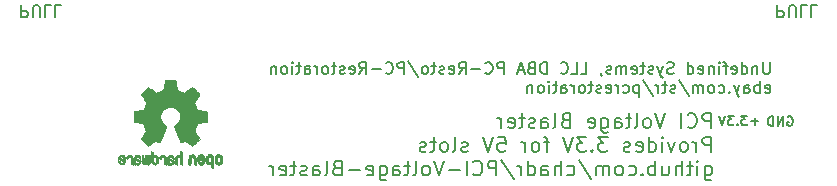
<source format=gbr>
%TF.GenerationSoftware,KiCad,Pcbnew,7.0.7*%
%TF.CreationDate,2023-11-02T08:25:27-05:00*%
%TF.ProjectId,PCI_Blaster,5043495f-426c-4617-9374-65722e6b6963,rev?*%
%TF.SameCoordinates,Original*%
%TF.FileFunction,Legend,Bot*%
%TF.FilePolarity,Positive*%
%FSLAX46Y46*%
G04 Gerber Fmt 4.6, Leading zero omitted, Abs format (unit mm)*
G04 Created by KiCad (PCBNEW 7.0.7) date 2023-11-02 08:25:27*
%MOMM*%
%LPD*%
G01*
G04 APERTURE LIST*
%ADD10C,0.200000*%
%ADD11C,0.150000*%
%ADD12C,0.010000*%
G04 APERTURE END LIST*
D10*
X120349673Y-90102780D02*
X120349673Y-91102780D01*
X120349673Y-91102780D02*
X120730625Y-91102780D01*
X120730625Y-91102780D02*
X120825863Y-91055161D01*
X120825863Y-91055161D02*
X120873482Y-91007542D01*
X120873482Y-91007542D02*
X120921101Y-90912304D01*
X120921101Y-90912304D02*
X120921101Y-90769447D01*
X120921101Y-90769447D02*
X120873482Y-90674209D01*
X120873482Y-90674209D02*
X120825863Y-90626590D01*
X120825863Y-90626590D02*
X120730625Y-90578971D01*
X120730625Y-90578971D02*
X120349673Y-90578971D01*
X121349673Y-91102780D02*
X121349673Y-90293257D01*
X121349673Y-90293257D02*
X121397292Y-90198019D01*
X121397292Y-90198019D02*
X121444911Y-90150400D01*
X121444911Y-90150400D02*
X121540149Y-90102780D01*
X121540149Y-90102780D02*
X121730625Y-90102780D01*
X121730625Y-90102780D02*
X121825863Y-90150400D01*
X121825863Y-90150400D02*
X121873482Y-90198019D01*
X121873482Y-90198019D02*
X121921101Y-90293257D01*
X121921101Y-90293257D02*
X121921101Y-91102780D01*
X122873482Y-90102780D02*
X122397292Y-90102780D01*
X122397292Y-90102780D02*
X122397292Y-91102780D01*
X123683006Y-90102780D02*
X123206816Y-90102780D01*
X123206816Y-90102780D02*
X123206816Y-91102780D01*
X184359673Y-90102780D02*
X184359673Y-91102780D01*
X184359673Y-91102780D02*
X184740625Y-91102780D01*
X184740625Y-91102780D02*
X184835863Y-91055161D01*
X184835863Y-91055161D02*
X184883482Y-91007542D01*
X184883482Y-91007542D02*
X184931101Y-90912304D01*
X184931101Y-90912304D02*
X184931101Y-90769447D01*
X184931101Y-90769447D02*
X184883482Y-90674209D01*
X184883482Y-90674209D02*
X184835863Y-90626590D01*
X184835863Y-90626590D02*
X184740625Y-90578971D01*
X184740625Y-90578971D02*
X184359673Y-90578971D01*
X185359673Y-91102780D02*
X185359673Y-90293257D01*
X185359673Y-90293257D02*
X185407292Y-90198019D01*
X185407292Y-90198019D02*
X185454911Y-90150400D01*
X185454911Y-90150400D02*
X185550149Y-90102780D01*
X185550149Y-90102780D02*
X185740625Y-90102780D01*
X185740625Y-90102780D02*
X185835863Y-90150400D01*
X185835863Y-90150400D02*
X185883482Y-90198019D01*
X185883482Y-90198019D02*
X185931101Y-90293257D01*
X185931101Y-90293257D02*
X185931101Y-91102780D01*
X186883482Y-90102780D02*
X186407292Y-90102780D01*
X186407292Y-90102780D02*
X186407292Y-91102780D01*
X187693006Y-90102780D02*
X187216816Y-90102780D01*
X187216816Y-90102780D02*
X187216816Y-91102780D01*
D11*
X183738220Y-94909819D02*
X183738220Y-95719342D01*
X183738220Y-95719342D02*
X183690601Y-95814580D01*
X183690601Y-95814580D02*
X183642982Y-95862200D01*
X183642982Y-95862200D02*
X183547744Y-95909819D01*
X183547744Y-95909819D02*
X183357268Y-95909819D01*
X183357268Y-95909819D02*
X183262030Y-95862200D01*
X183262030Y-95862200D02*
X183214411Y-95814580D01*
X183214411Y-95814580D02*
X183166792Y-95719342D01*
X183166792Y-95719342D02*
X183166792Y-94909819D01*
X182690601Y-95243152D02*
X182690601Y-95909819D01*
X182690601Y-95338390D02*
X182642982Y-95290771D01*
X182642982Y-95290771D02*
X182547744Y-95243152D01*
X182547744Y-95243152D02*
X182404887Y-95243152D01*
X182404887Y-95243152D02*
X182309649Y-95290771D01*
X182309649Y-95290771D02*
X182262030Y-95386009D01*
X182262030Y-95386009D02*
X182262030Y-95909819D01*
X181357268Y-95909819D02*
X181357268Y-94909819D01*
X181357268Y-95862200D02*
X181452506Y-95909819D01*
X181452506Y-95909819D02*
X181642982Y-95909819D01*
X181642982Y-95909819D02*
X181738220Y-95862200D01*
X181738220Y-95862200D02*
X181785839Y-95814580D01*
X181785839Y-95814580D02*
X181833458Y-95719342D01*
X181833458Y-95719342D02*
X181833458Y-95433628D01*
X181833458Y-95433628D02*
X181785839Y-95338390D01*
X181785839Y-95338390D02*
X181738220Y-95290771D01*
X181738220Y-95290771D02*
X181642982Y-95243152D01*
X181642982Y-95243152D02*
X181452506Y-95243152D01*
X181452506Y-95243152D02*
X181357268Y-95290771D01*
X180500125Y-95862200D02*
X180595363Y-95909819D01*
X180595363Y-95909819D02*
X180785839Y-95909819D01*
X180785839Y-95909819D02*
X180881077Y-95862200D01*
X180881077Y-95862200D02*
X180928696Y-95766961D01*
X180928696Y-95766961D02*
X180928696Y-95386009D01*
X180928696Y-95386009D02*
X180881077Y-95290771D01*
X180881077Y-95290771D02*
X180785839Y-95243152D01*
X180785839Y-95243152D02*
X180595363Y-95243152D01*
X180595363Y-95243152D02*
X180500125Y-95290771D01*
X180500125Y-95290771D02*
X180452506Y-95386009D01*
X180452506Y-95386009D02*
X180452506Y-95481247D01*
X180452506Y-95481247D02*
X180928696Y-95576485D01*
X180166791Y-95243152D02*
X179785839Y-95243152D01*
X180023934Y-95909819D02*
X180023934Y-95052676D01*
X180023934Y-95052676D02*
X179976315Y-94957438D01*
X179976315Y-94957438D02*
X179881077Y-94909819D01*
X179881077Y-94909819D02*
X179785839Y-94909819D01*
X179452505Y-95909819D02*
X179452505Y-95243152D01*
X179452505Y-94909819D02*
X179500124Y-94957438D01*
X179500124Y-94957438D02*
X179452505Y-95005057D01*
X179452505Y-95005057D02*
X179404886Y-94957438D01*
X179404886Y-94957438D02*
X179452505Y-94909819D01*
X179452505Y-94909819D02*
X179452505Y-95005057D01*
X178976315Y-95243152D02*
X178976315Y-95909819D01*
X178976315Y-95338390D02*
X178928696Y-95290771D01*
X178928696Y-95290771D02*
X178833458Y-95243152D01*
X178833458Y-95243152D02*
X178690601Y-95243152D01*
X178690601Y-95243152D02*
X178595363Y-95290771D01*
X178595363Y-95290771D02*
X178547744Y-95386009D01*
X178547744Y-95386009D02*
X178547744Y-95909819D01*
X177690601Y-95862200D02*
X177785839Y-95909819D01*
X177785839Y-95909819D02*
X177976315Y-95909819D01*
X177976315Y-95909819D02*
X178071553Y-95862200D01*
X178071553Y-95862200D02*
X178119172Y-95766961D01*
X178119172Y-95766961D02*
X178119172Y-95386009D01*
X178119172Y-95386009D02*
X178071553Y-95290771D01*
X178071553Y-95290771D02*
X177976315Y-95243152D01*
X177976315Y-95243152D02*
X177785839Y-95243152D01*
X177785839Y-95243152D02*
X177690601Y-95290771D01*
X177690601Y-95290771D02*
X177642982Y-95386009D01*
X177642982Y-95386009D02*
X177642982Y-95481247D01*
X177642982Y-95481247D02*
X178119172Y-95576485D01*
X176785839Y-95909819D02*
X176785839Y-94909819D01*
X176785839Y-95862200D02*
X176881077Y-95909819D01*
X176881077Y-95909819D02*
X177071553Y-95909819D01*
X177071553Y-95909819D02*
X177166791Y-95862200D01*
X177166791Y-95862200D02*
X177214410Y-95814580D01*
X177214410Y-95814580D02*
X177262029Y-95719342D01*
X177262029Y-95719342D02*
X177262029Y-95433628D01*
X177262029Y-95433628D02*
X177214410Y-95338390D01*
X177214410Y-95338390D02*
X177166791Y-95290771D01*
X177166791Y-95290771D02*
X177071553Y-95243152D01*
X177071553Y-95243152D02*
X176881077Y-95243152D01*
X176881077Y-95243152D02*
X176785839Y-95290771D01*
X175595362Y-95862200D02*
X175452505Y-95909819D01*
X175452505Y-95909819D02*
X175214410Y-95909819D01*
X175214410Y-95909819D02*
X175119172Y-95862200D01*
X175119172Y-95862200D02*
X175071553Y-95814580D01*
X175071553Y-95814580D02*
X175023934Y-95719342D01*
X175023934Y-95719342D02*
X175023934Y-95624104D01*
X175023934Y-95624104D02*
X175071553Y-95528866D01*
X175071553Y-95528866D02*
X175119172Y-95481247D01*
X175119172Y-95481247D02*
X175214410Y-95433628D01*
X175214410Y-95433628D02*
X175404886Y-95386009D01*
X175404886Y-95386009D02*
X175500124Y-95338390D01*
X175500124Y-95338390D02*
X175547743Y-95290771D01*
X175547743Y-95290771D02*
X175595362Y-95195533D01*
X175595362Y-95195533D02*
X175595362Y-95100295D01*
X175595362Y-95100295D02*
X175547743Y-95005057D01*
X175547743Y-95005057D02*
X175500124Y-94957438D01*
X175500124Y-94957438D02*
X175404886Y-94909819D01*
X175404886Y-94909819D02*
X175166791Y-94909819D01*
X175166791Y-94909819D02*
X175023934Y-94957438D01*
X174690600Y-95243152D02*
X174452505Y-95909819D01*
X174214410Y-95243152D02*
X174452505Y-95909819D01*
X174452505Y-95909819D02*
X174547743Y-96147914D01*
X174547743Y-96147914D02*
X174595362Y-96195533D01*
X174595362Y-96195533D02*
X174690600Y-96243152D01*
X173881076Y-95862200D02*
X173785838Y-95909819D01*
X173785838Y-95909819D02*
X173595362Y-95909819D01*
X173595362Y-95909819D02*
X173500124Y-95862200D01*
X173500124Y-95862200D02*
X173452505Y-95766961D01*
X173452505Y-95766961D02*
X173452505Y-95719342D01*
X173452505Y-95719342D02*
X173500124Y-95624104D01*
X173500124Y-95624104D02*
X173595362Y-95576485D01*
X173595362Y-95576485D02*
X173738219Y-95576485D01*
X173738219Y-95576485D02*
X173833457Y-95528866D01*
X173833457Y-95528866D02*
X173881076Y-95433628D01*
X173881076Y-95433628D02*
X173881076Y-95386009D01*
X173881076Y-95386009D02*
X173833457Y-95290771D01*
X173833457Y-95290771D02*
X173738219Y-95243152D01*
X173738219Y-95243152D02*
X173595362Y-95243152D01*
X173595362Y-95243152D02*
X173500124Y-95290771D01*
X173166790Y-95243152D02*
X172785838Y-95243152D01*
X173023933Y-94909819D02*
X173023933Y-95766961D01*
X173023933Y-95766961D02*
X172976314Y-95862200D01*
X172976314Y-95862200D02*
X172881076Y-95909819D01*
X172881076Y-95909819D02*
X172785838Y-95909819D01*
X172071552Y-95862200D02*
X172166790Y-95909819D01*
X172166790Y-95909819D02*
X172357266Y-95909819D01*
X172357266Y-95909819D02*
X172452504Y-95862200D01*
X172452504Y-95862200D02*
X172500123Y-95766961D01*
X172500123Y-95766961D02*
X172500123Y-95386009D01*
X172500123Y-95386009D02*
X172452504Y-95290771D01*
X172452504Y-95290771D02*
X172357266Y-95243152D01*
X172357266Y-95243152D02*
X172166790Y-95243152D01*
X172166790Y-95243152D02*
X172071552Y-95290771D01*
X172071552Y-95290771D02*
X172023933Y-95386009D01*
X172023933Y-95386009D02*
X172023933Y-95481247D01*
X172023933Y-95481247D02*
X172500123Y-95576485D01*
X171595361Y-95909819D02*
X171595361Y-95243152D01*
X171595361Y-95338390D02*
X171547742Y-95290771D01*
X171547742Y-95290771D02*
X171452504Y-95243152D01*
X171452504Y-95243152D02*
X171309647Y-95243152D01*
X171309647Y-95243152D02*
X171214409Y-95290771D01*
X171214409Y-95290771D02*
X171166790Y-95386009D01*
X171166790Y-95386009D02*
X171166790Y-95909819D01*
X171166790Y-95386009D02*
X171119171Y-95290771D01*
X171119171Y-95290771D02*
X171023933Y-95243152D01*
X171023933Y-95243152D02*
X170881076Y-95243152D01*
X170881076Y-95243152D02*
X170785837Y-95290771D01*
X170785837Y-95290771D02*
X170738218Y-95386009D01*
X170738218Y-95386009D02*
X170738218Y-95909819D01*
X170309647Y-95862200D02*
X170214409Y-95909819D01*
X170214409Y-95909819D02*
X170023933Y-95909819D01*
X170023933Y-95909819D02*
X169928695Y-95862200D01*
X169928695Y-95862200D02*
X169881076Y-95766961D01*
X169881076Y-95766961D02*
X169881076Y-95719342D01*
X169881076Y-95719342D02*
X169928695Y-95624104D01*
X169928695Y-95624104D02*
X170023933Y-95576485D01*
X170023933Y-95576485D02*
X170166790Y-95576485D01*
X170166790Y-95576485D02*
X170262028Y-95528866D01*
X170262028Y-95528866D02*
X170309647Y-95433628D01*
X170309647Y-95433628D02*
X170309647Y-95386009D01*
X170309647Y-95386009D02*
X170262028Y-95290771D01*
X170262028Y-95290771D02*
X170166790Y-95243152D01*
X170166790Y-95243152D02*
X170023933Y-95243152D01*
X170023933Y-95243152D02*
X169928695Y-95290771D01*
X169404885Y-95862200D02*
X169404885Y-95909819D01*
X169404885Y-95909819D02*
X169452504Y-96005057D01*
X169452504Y-96005057D02*
X169500123Y-96052676D01*
X167738219Y-95909819D02*
X168214409Y-95909819D01*
X168214409Y-95909819D02*
X168214409Y-94909819D01*
X166928695Y-95909819D02*
X167404885Y-95909819D01*
X167404885Y-95909819D02*
X167404885Y-94909819D01*
X166023933Y-95814580D02*
X166071552Y-95862200D01*
X166071552Y-95862200D02*
X166214409Y-95909819D01*
X166214409Y-95909819D02*
X166309647Y-95909819D01*
X166309647Y-95909819D02*
X166452504Y-95862200D01*
X166452504Y-95862200D02*
X166547742Y-95766961D01*
X166547742Y-95766961D02*
X166595361Y-95671723D01*
X166595361Y-95671723D02*
X166642980Y-95481247D01*
X166642980Y-95481247D02*
X166642980Y-95338390D01*
X166642980Y-95338390D02*
X166595361Y-95147914D01*
X166595361Y-95147914D02*
X166547742Y-95052676D01*
X166547742Y-95052676D02*
X166452504Y-94957438D01*
X166452504Y-94957438D02*
X166309647Y-94909819D01*
X166309647Y-94909819D02*
X166214409Y-94909819D01*
X166214409Y-94909819D02*
X166071552Y-94957438D01*
X166071552Y-94957438D02*
X166023933Y-95005057D01*
X164833456Y-95909819D02*
X164833456Y-94909819D01*
X164833456Y-94909819D02*
X164595361Y-94909819D01*
X164595361Y-94909819D02*
X164452504Y-94957438D01*
X164452504Y-94957438D02*
X164357266Y-95052676D01*
X164357266Y-95052676D02*
X164309647Y-95147914D01*
X164309647Y-95147914D02*
X164262028Y-95338390D01*
X164262028Y-95338390D02*
X164262028Y-95481247D01*
X164262028Y-95481247D02*
X164309647Y-95671723D01*
X164309647Y-95671723D02*
X164357266Y-95766961D01*
X164357266Y-95766961D02*
X164452504Y-95862200D01*
X164452504Y-95862200D02*
X164595361Y-95909819D01*
X164595361Y-95909819D02*
X164833456Y-95909819D01*
X163500123Y-95386009D02*
X163357266Y-95433628D01*
X163357266Y-95433628D02*
X163309647Y-95481247D01*
X163309647Y-95481247D02*
X163262028Y-95576485D01*
X163262028Y-95576485D02*
X163262028Y-95719342D01*
X163262028Y-95719342D02*
X163309647Y-95814580D01*
X163309647Y-95814580D02*
X163357266Y-95862200D01*
X163357266Y-95862200D02*
X163452504Y-95909819D01*
X163452504Y-95909819D02*
X163833456Y-95909819D01*
X163833456Y-95909819D02*
X163833456Y-94909819D01*
X163833456Y-94909819D02*
X163500123Y-94909819D01*
X163500123Y-94909819D02*
X163404885Y-94957438D01*
X163404885Y-94957438D02*
X163357266Y-95005057D01*
X163357266Y-95005057D02*
X163309647Y-95100295D01*
X163309647Y-95100295D02*
X163309647Y-95195533D01*
X163309647Y-95195533D02*
X163357266Y-95290771D01*
X163357266Y-95290771D02*
X163404885Y-95338390D01*
X163404885Y-95338390D02*
X163500123Y-95386009D01*
X163500123Y-95386009D02*
X163833456Y-95386009D01*
X162881075Y-95624104D02*
X162404885Y-95624104D01*
X162976313Y-95909819D02*
X162642980Y-94909819D01*
X162642980Y-94909819D02*
X162309647Y-95909819D01*
X161214408Y-95909819D02*
X161214408Y-94909819D01*
X161214408Y-94909819D02*
X160833456Y-94909819D01*
X160833456Y-94909819D02*
X160738218Y-94957438D01*
X160738218Y-94957438D02*
X160690599Y-95005057D01*
X160690599Y-95005057D02*
X160642980Y-95100295D01*
X160642980Y-95100295D02*
X160642980Y-95243152D01*
X160642980Y-95243152D02*
X160690599Y-95338390D01*
X160690599Y-95338390D02*
X160738218Y-95386009D01*
X160738218Y-95386009D02*
X160833456Y-95433628D01*
X160833456Y-95433628D02*
X161214408Y-95433628D01*
X159642980Y-95814580D02*
X159690599Y-95862200D01*
X159690599Y-95862200D02*
X159833456Y-95909819D01*
X159833456Y-95909819D02*
X159928694Y-95909819D01*
X159928694Y-95909819D02*
X160071551Y-95862200D01*
X160071551Y-95862200D02*
X160166789Y-95766961D01*
X160166789Y-95766961D02*
X160214408Y-95671723D01*
X160214408Y-95671723D02*
X160262027Y-95481247D01*
X160262027Y-95481247D02*
X160262027Y-95338390D01*
X160262027Y-95338390D02*
X160214408Y-95147914D01*
X160214408Y-95147914D02*
X160166789Y-95052676D01*
X160166789Y-95052676D02*
X160071551Y-94957438D01*
X160071551Y-94957438D02*
X159928694Y-94909819D01*
X159928694Y-94909819D02*
X159833456Y-94909819D01*
X159833456Y-94909819D02*
X159690599Y-94957438D01*
X159690599Y-94957438D02*
X159642980Y-95005057D01*
X159214408Y-95528866D02*
X158452504Y-95528866D01*
X157404885Y-95909819D02*
X157738218Y-95433628D01*
X157976313Y-95909819D02*
X157976313Y-94909819D01*
X157976313Y-94909819D02*
X157595361Y-94909819D01*
X157595361Y-94909819D02*
X157500123Y-94957438D01*
X157500123Y-94957438D02*
X157452504Y-95005057D01*
X157452504Y-95005057D02*
X157404885Y-95100295D01*
X157404885Y-95100295D02*
X157404885Y-95243152D01*
X157404885Y-95243152D02*
X157452504Y-95338390D01*
X157452504Y-95338390D02*
X157500123Y-95386009D01*
X157500123Y-95386009D02*
X157595361Y-95433628D01*
X157595361Y-95433628D02*
X157976313Y-95433628D01*
X156595361Y-95862200D02*
X156690599Y-95909819D01*
X156690599Y-95909819D02*
X156881075Y-95909819D01*
X156881075Y-95909819D02*
X156976313Y-95862200D01*
X156976313Y-95862200D02*
X157023932Y-95766961D01*
X157023932Y-95766961D02*
X157023932Y-95386009D01*
X157023932Y-95386009D02*
X156976313Y-95290771D01*
X156976313Y-95290771D02*
X156881075Y-95243152D01*
X156881075Y-95243152D02*
X156690599Y-95243152D01*
X156690599Y-95243152D02*
X156595361Y-95290771D01*
X156595361Y-95290771D02*
X156547742Y-95386009D01*
X156547742Y-95386009D02*
X156547742Y-95481247D01*
X156547742Y-95481247D02*
X157023932Y-95576485D01*
X156166789Y-95862200D02*
X156071551Y-95909819D01*
X156071551Y-95909819D02*
X155881075Y-95909819D01*
X155881075Y-95909819D02*
X155785837Y-95862200D01*
X155785837Y-95862200D02*
X155738218Y-95766961D01*
X155738218Y-95766961D02*
X155738218Y-95719342D01*
X155738218Y-95719342D02*
X155785837Y-95624104D01*
X155785837Y-95624104D02*
X155881075Y-95576485D01*
X155881075Y-95576485D02*
X156023932Y-95576485D01*
X156023932Y-95576485D02*
X156119170Y-95528866D01*
X156119170Y-95528866D02*
X156166789Y-95433628D01*
X156166789Y-95433628D02*
X156166789Y-95386009D01*
X156166789Y-95386009D02*
X156119170Y-95290771D01*
X156119170Y-95290771D02*
X156023932Y-95243152D01*
X156023932Y-95243152D02*
X155881075Y-95243152D01*
X155881075Y-95243152D02*
X155785837Y-95290771D01*
X155452503Y-95243152D02*
X155071551Y-95243152D01*
X155309646Y-94909819D02*
X155309646Y-95766961D01*
X155309646Y-95766961D02*
X155262027Y-95862200D01*
X155262027Y-95862200D02*
X155166789Y-95909819D01*
X155166789Y-95909819D02*
X155071551Y-95909819D01*
X154595360Y-95909819D02*
X154690598Y-95862200D01*
X154690598Y-95862200D02*
X154738217Y-95814580D01*
X154738217Y-95814580D02*
X154785836Y-95719342D01*
X154785836Y-95719342D02*
X154785836Y-95433628D01*
X154785836Y-95433628D02*
X154738217Y-95338390D01*
X154738217Y-95338390D02*
X154690598Y-95290771D01*
X154690598Y-95290771D02*
X154595360Y-95243152D01*
X154595360Y-95243152D02*
X154452503Y-95243152D01*
X154452503Y-95243152D02*
X154357265Y-95290771D01*
X154357265Y-95290771D02*
X154309646Y-95338390D01*
X154309646Y-95338390D02*
X154262027Y-95433628D01*
X154262027Y-95433628D02*
X154262027Y-95719342D01*
X154262027Y-95719342D02*
X154309646Y-95814580D01*
X154309646Y-95814580D02*
X154357265Y-95862200D01*
X154357265Y-95862200D02*
X154452503Y-95909819D01*
X154452503Y-95909819D02*
X154595360Y-95909819D01*
X153119170Y-94862200D02*
X153976312Y-96147914D01*
X152785836Y-95909819D02*
X152785836Y-94909819D01*
X152785836Y-94909819D02*
X152404884Y-94909819D01*
X152404884Y-94909819D02*
X152309646Y-94957438D01*
X152309646Y-94957438D02*
X152262027Y-95005057D01*
X152262027Y-95005057D02*
X152214408Y-95100295D01*
X152214408Y-95100295D02*
X152214408Y-95243152D01*
X152214408Y-95243152D02*
X152262027Y-95338390D01*
X152262027Y-95338390D02*
X152309646Y-95386009D01*
X152309646Y-95386009D02*
X152404884Y-95433628D01*
X152404884Y-95433628D02*
X152785836Y-95433628D01*
X151214408Y-95814580D02*
X151262027Y-95862200D01*
X151262027Y-95862200D02*
X151404884Y-95909819D01*
X151404884Y-95909819D02*
X151500122Y-95909819D01*
X151500122Y-95909819D02*
X151642979Y-95862200D01*
X151642979Y-95862200D02*
X151738217Y-95766961D01*
X151738217Y-95766961D02*
X151785836Y-95671723D01*
X151785836Y-95671723D02*
X151833455Y-95481247D01*
X151833455Y-95481247D02*
X151833455Y-95338390D01*
X151833455Y-95338390D02*
X151785836Y-95147914D01*
X151785836Y-95147914D02*
X151738217Y-95052676D01*
X151738217Y-95052676D02*
X151642979Y-94957438D01*
X151642979Y-94957438D02*
X151500122Y-94909819D01*
X151500122Y-94909819D02*
X151404884Y-94909819D01*
X151404884Y-94909819D02*
X151262027Y-94957438D01*
X151262027Y-94957438D02*
X151214408Y-95005057D01*
X150785836Y-95528866D02*
X150023932Y-95528866D01*
X148976313Y-95909819D02*
X149309646Y-95433628D01*
X149547741Y-95909819D02*
X149547741Y-94909819D01*
X149547741Y-94909819D02*
X149166789Y-94909819D01*
X149166789Y-94909819D02*
X149071551Y-94957438D01*
X149071551Y-94957438D02*
X149023932Y-95005057D01*
X149023932Y-95005057D02*
X148976313Y-95100295D01*
X148976313Y-95100295D02*
X148976313Y-95243152D01*
X148976313Y-95243152D02*
X149023932Y-95338390D01*
X149023932Y-95338390D02*
X149071551Y-95386009D01*
X149071551Y-95386009D02*
X149166789Y-95433628D01*
X149166789Y-95433628D02*
X149547741Y-95433628D01*
X148166789Y-95862200D02*
X148262027Y-95909819D01*
X148262027Y-95909819D02*
X148452503Y-95909819D01*
X148452503Y-95909819D02*
X148547741Y-95862200D01*
X148547741Y-95862200D02*
X148595360Y-95766961D01*
X148595360Y-95766961D02*
X148595360Y-95386009D01*
X148595360Y-95386009D02*
X148547741Y-95290771D01*
X148547741Y-95290771D02*
X148452503Y-95243152D01*
X148452503Y-95243152D02*
X148262027Y-95243152D01*
X148262027Y-95243152D02*
X148166789Y-95290771D01*
X148166789Y-95290771D02*
X148119170Y-95386009D01*
X148119170Y-95386009D02*
X148119170Y-95481247D01*
X148119170Y-95481247D02*
X148595360Y-95576485D01*
X147738217Y-95862200D02*
X147642979Y-95909819D01*
X147642979Y-95909819D02*
X147452503Y-95909819D01*
X147452503Y-95909819D02*
X147357265Y-95862200D01*
X147357265Y-95862200D02*
X147309646Y-95766961D01*
X147309646Y-95766961D02*
X147309646Y-95719342D01*
X147309646Y-95719342D02*
X147357265Y-95624104D01*
X147357265Y-95624104D02*
X147452503Y-95576485D01*
X147452503Y-95576485D02*
X147595360Y-95576485D01*
X147595360Y-95576485D02*
X147690598Y-95528866D01*
X147690598Y-95528866D02*
X147738217Y-95433628D01*
X147738217Y-95433628D02*
X147738217Y-95386009D01*
X147738217Y-95386009D02*
X147690598Y-95290771D01*
X147690598Y-95290771D02*
X147595360Y-95243152D01*
X147595360Y-95243152D02*
X147452503Y-95243152D01*
X147452503Y-95243152D02*
X147357265Y-95290771D01*
X147023931Y-95243152D02*
X146642979Y-95243152D01*
X146881074Y-94909819D02*
X146881074Y-95766961D01*
X146881074Y-95766961D02*
X146833455Y-95862200D01*
X146833455Y-95862200D02*
X146738217Y-95909819D01*
X146738217Y-95909819D02*
X146642979Y-95909819D01*
X146166788Y-95909819D02*
X146262026Y-95862200D01*
X146262026Y-95862200D02*
X146309645Y-95814580D01*
X146309645Y-95814580D02*
X146357264Y-95719342D01*
X146357264Y-95719342D02*
X146357264Y-95433628D01*
X146357264Y-95433628D02*
X146309645Y-95338390D01*
X146309645Y-95338390D02*
X146262026Y-95290771D01*
X146262026Y-95290771D02*
X146166788Y-95243152D01*
X146166788Y-95243152D02*
X146023931Y-95243152D01*
X146023931Y-95243152D02*
X145928693Y-95290771D01*
X145928693Y-95290771D02*
X145881074Y-95338390D01*
X145881074Y-95338390D02*
X145833455Y-95433628D01*
X145833455Y-95433628D02*
X145833455Y-95719342D01*
X145833455Y-95719342D02*
X145881074Y-95814580D01*
X145881074Y-95814580D02*
X145928693Y-95862200D01*
X145928693Y-95862200D02*
X146023931Y-95909819D01*
X146023931Y-95909819D02*
X146166788Y-95909819D01*
X145404883Y-95909819D02*
X145404883Y-95243152D01*
X145404883Y-95433628D02*
X145357264Y-95338390D01*
X145357264Y-95338390D02*
X145309645Y-95290771D01*
X145309645Y-95290771D02*
X145214407Y-95243152D01*
X145214407Y-95243152D02*
X145119169Y-95243152D01*
X144357264Y-95909819D02*
X144357264Y-95386009D01*
X144357264Y-95386009D02*
X144404883Y-95290771D01*
X144404883Y-95290771D02*
X144500121Y-95243152D01*
X144500121Y-95243152D02*
X144690597Y-95243152D01*
X144690597Y-95243152D02*
X144785835Y-95290771D01*
X144357264Y-95862200D02*
X144452502Y-95909819D01*
X144452502Y-95909819D02*
X144690597Y-95909819D01*
X144690597Y-95909819D02*
X144785835Y-95862200D01*
X144785835Y-95862200D02*
X144833454Y-95766961D01*
X144833454Y-95766961D02*
X144833454Y-95671723D01*
X144833454Y-95671723D02*
X144785835Y-95576485D01*
X144785835Y-95576485D02*
X144690597Y-95528866D01*
X144690597Y-95528866D02*
X144452502Y-95528866D01*
X144452502Y-95528866D02*
X144357264Y-95481247D01*
X144023930Y-95243152D02*
X143642978Y-95243152D01*
X143881073Y-94909819D02*
X143881073Y-95766961D01*
X143881073Y-95766961D02*
X143833454Y-95862200D01*
X143833454Y-95862200D02*
X143738216Y-95909819D01*
X143738216Y-95909819D02*
X143642978Y-95909819D01*
X143309644Y-95909819D02*
X143309644Y-95243152D01*
X143309644Y-94909819D02*
X143357263Y-94957438D01*
X143357263Y-94957438D02*
X143309644Y-95005057D01*
X143309644Y-95005057D02*
X143262025Y-94957438D01*
X143262025Y-94957438D02*
X143309644Y-94909819D01*
X143309644Y-94909819D02*
X143309644Y-95005057D01*
X142690597Y-95909819D02*
X142785835Y-95862200D01*
X142785835Y-95862200D02*
X142833454Y-95814580D01*
X142833454Y-95814580D02*
X142881073Y-95719342D01*
X142881073Y-95719342D02*
X142881073Y-95433628D01*
X142881073Y-95433628D02*
X142833454Y-95338390D01*
X142833454Y-95338390D02*
X142785835Y-95290771D01*
X142785835Y-95290771D02*
X142690597Y-95243152D01*
X142690597Y-95243152D02*
X142547740Y-95243152D01*
X142547740Y-95243152D02*
X142452502Y-95290771D01*
X142452502Y-95290771D02*
X142404883Y-95338390D01*
X142404883Y-95338390D02*
X142357264Y-95433628D01*
X142357264Y-95433628D02*
X142357264Y-95719342D01*
X142357264Y-95719342D02*
X142404883Y-95814580D01*
X142404883Y-95814580D02*
X142452502Y-95862200D01*
X142452502Y-95862200D02*
X142547740Y-95909819D01*
X142547740Y-95909819D02*
X142690597Y-95909819D01*
X141928692Y-95243152D02*
X141928692Y-95909819D01*
X141928692Y-95338390D02*
X141881073Y-95290771D01*
X141881073Y-95290771D02*
X141785835Y-95243152D01*
X141785835Y-95243152D02*
X141642978Y-95243152D01*
X141642978Y-95243152D02*
X141547740Y-95290771D01*
X141547740Y-95290771D02*
X141500121Y-95386009D01*
X141500121Y-95386009D02*
X141500121Y-95909819D01*
X183357268Y-97472200D02*
X183452506Y-97519819D01*
X183452506Y-97519819D02*
X183642982Y-97519819D01*
X183642982Y-97519819D02*
X183738220Y-97472200D01*
X183738220Y-97472200D02*
X183785839Y-97376961D01*
X183785839Y-97376961D02*
X183785839Y-96996009D01*
X183785839Y-96996009D02*
X183738220Y-96900771D01*
X183738220Y-96900771D02*
X183642982Y-96853152D01*
X183642982Y-96853152D02*
X183452506Y-96853152D01*
X183452506Y-96853152D02*
X183357268Y-96900771D01*
X183357268Y-96900771D02*
X183309649Y-96996009D01*
X183309649Y-96996009D02*
X183309649Y-97091247D01*
X183309649Y-97091247D02*
X183785839Y-97186485D01*
X182881077Y-97519819D02*
X182881077Y-96519819D01*
X182881077Y-96900771D02*
X182785839Y-96853152D01*
X182785839Y-96853152D02*
X182595363Y-96853152D01*
X182595363Y-96853152D02*
X182500125Y-96900771D01*
X182500125Y-96900771D02*
X182452506Y-96948390D01*
X182452506Y-96948390D02*
X182404887Y-97043628D01*
X182404887Y-97043628D02*
X182404887Y-97329342D01*
X182404887Y-97329342D02*
X182452506Y-97424580D01*
X182452506Y-97424580D02*
X182500125Y-97472200D01*
X182500125Y-97472200D02*
X182595363Y-97519819D01*
X182595363Y-97519819D02*
X182785839Y-97519819D01*
X182785839Y-97519819D02*
X182881077Y-97472200D01*
X181547744Y-97519819D02*
X181547744Y-96996009D01*
X181547744Y-96996009D02*
X181595363Y-96900771D01*
X181595363Y-96900771D02*
X181690601Y-96853152D01*
X181690601Y-96853152D02*
X181881077Y-96853152D01*
X181881077Y-96853152D02*
X181976315Y-96900771D01*
X181547744Y-97472200D02*
X181642982Y-97519819D01*
X181642982Y-97519819D02*
X181881077Y-97519819D01*
X181881077Y-97519819D02*
X181976315Y-97472200D01*
X181976315Y-97472200D02*
X182023934Y-97376961D01*
X182023934Y-97376961D02*
X182023934Y-97281723D01*
X182023934Y-97281723D02*
X181976315Y-97186485D01*
X181976315Y-97186485D02*
X181881077Y-97138866D01*
X181881077Y-97138866D02*
X181642982Y-97138866D01*
X181642982Y-97138866D02*
X181547744Y-97091247D01*
X181166791Y-96853152D02*
X180928696Y-97519819D01*
X180690601Y-96853152D02*
X180928696Y-97519819D01*
X180928696Y-97519819D02*
X181023934Y-97757914D01*
X181023934Y-97757914D02*
X181071553Y-97805533D01*
X181071553Y-97805533D02*
X181166791Y-97853152D01*
X180309648Y-97424580D02*
X180262029Y-97472200D01*
X180262029Y-97472200D02*
X180309648Y-97519819D01*
X180309648Y-97519819D02*
X180357267Y-97472200D01*
X180357267Y-97472200D02*
X180309648Y-97424580D01*
X180309648Y-97424580D02*
X180309648Y-97519819D01*
X179404887Y-97472200D02*
X179500125Y-97519819D01*
X179500125Y-97519819D02*
X179690601Y-97519819D01*
X179690601Y-97519819D02*
X179785839Y-97472200D01*
X179785839Y-97472200D02*
X179833458Y-97424580D01*
X179833458Y-97424580D02*
X179881077Y-97329342D01*
X179881077Y-97329342D02*
X179881077Y-97043628D01*
X179881077Y-97043628D02*
X179833458Y-96948390D01*
X179833458Y-96948390D02*
X179785839Y-96900771D01*
X179785839Y-96900771D02*
X179690601Y-96853152D01*
X179690601Y-96853152D02*
X179500125Y-96853152D01*
X179500125Y-96853152D02*
X179404887Y-96900771D01*
X178833458Y-97519819D02*
X178928696Y-97472200D01*
X178928696Y-97472200D02*
X178976315Y-97424580D01*
X178976315Y-97424580D02*
X179023934Y-97329342D01*
X179023934Y-97329342D02*
X179023934Y-97043628D01*
X179023934Y-97043628D02*
X178976315Y-96948390D01*
X178976315Y-96948390D02*
X178928696Y-96900771D01*
X178928696Y-96900771D02*
X178833458Y-96853152D01*
X178833458Y-96853152D02*
X178690601Y-96853152D01*
X178690601Y-96853152D02*
X178595363Y-96900771D01*
X178595363Y-96900771D02*
X178547744Y-96948390D01*
X178547744Y-96948390D02*
X178500125Y-97043628D01*
X178500125Y-97043628D02*
X178500125Y-97329342D01*
X178500125Y-97329342D02*
X178547744Y-97424580D01*
X178547744Y-97424580D02*
X178595363Y-97472200D01*
X178595363Y-97472200D02*
X178690601Y-97519819D01*
X178690601Y-97519819D02*
X178833458Y-97519819D01*
X178071553Y-97519819D02*
X178071553Y-96853152D01*
X178071553Y-96948390D02*
X178023934Y-96900771D01*
X178023934Y-96900771D02*
X177928696Y-96853152D01*
X177928696Y-96853152D02*
X177785839Y-96853152D01*
X177785839Y-96853152D02*
X177690601Y-96900771D01*
X177690601Y-96900771D02*
X177642982Y-96996009D01*
X177642982Y-96996009D02*
X177642982Y-97519819D01*
X177642982Y-96996009D02*
X177595363Y-96900771D01*
X177595363Y-96900771D02*
X177500125Y-96853152D01*
X177500125Y-96853152D02*
X177357268Y-96853152D01*
X177357268Y-96853152D02*
X177262029Y-96900771D01*
X177262029Y-96900771D02*
X177214410Y-96996009D01*
X177214410Y-96996009D02*
X177214410Y-97519819D01*
X176023935Y-96472200D02*
X176881077Y-97757914D01*
X175738220Y-97472200D02*
X175642982Y-97519819D01*
X175642982Y-97519819D02*
X175452506Y-97519819D01*
X175452506Y-97519819D02*
X175357268Y-97472200D01*
X175357268Y-97472200D02*
X175309649Y-97376961D01*
X175309649Y-97376961D02*
X175309649Y-97329342D01*
X175309649Y-97329342D02*
X175357268Y-97234104D01*
X175357268Y-97234104D02*
X175452506Y-97186485D01*
X175452506Y-97186485D02*
X175595363Y-97186485D01*
X175595363Y-97186485D02*
X175690601Y-97138866D01*
X175690601Y-97138866D02*
X175738220Y-97043628D01*
X175738220Y-97043628D02*
X175738220Y-96996009D01*
X175738220Y-96996009D02*
X175690601Y-96900771D01*
X175690601Y-96900771D02*
X175595363Y-96853152D01*
X175595363Y-96853152D02*
X175452506Y-96853152D01*
X175452506Y-96853152D02*
X175357268Y-96900771D01*
X175023934Y-96853152D02*
X174642982Y-96853152D01*
X174881077Y-96519819D02*
X174881077Y-97376961D01*
X174881077Y-97376961D02*
X174833458Y-97472200D01*
X174833458Y-97472200D02*
X174738220Y-97519819D01*
X174738220Y-97519819D02*
X174642982Y-97519819D01*
X174309648Y-97519819D02*
X174309648Y-96853152D01*
X174309648Y-97043628D02*
X174262029Y-96948390D01*
X174262029Y-96948390D02*
X174214410Y-96900771D01*
X174214410Y-96900771D02*
X174119172Y-96853152D01*
X174119172Y-96853152D02*
X174023934Y-96853152D01*
X172976315Y-96472200D02*
X173833457Y-97757914D01*
X172642981Y-96853152D02*
X172642981Y-97853152D01*
X172642981Y-96900771D02*
X172547743Y-96853152D01*
X172547743Y-96853152D02*
X172357267Y-96853152D01*
X172357267Y-96853152D02*
X172262029Y-96900771D01*
X172262029Y-96900771D02*
X172214410Y-96948390D01*
X172214410Y-96948390D02*
X172166791Y-97043628D01*
X172166791Y-97043628D02*
X172166791Y-97329342D01*
X172166791Y-97329342D02*
X172214410Y-97424580D01*
X172214410Y-97424580D02*
X172262029Y-97472200D01*
X172262029Y-97472200D02*
X172357267Y-97519819D01*
X172357267Y-97519819D02*
X172547743Y-97519819D01*
X172547743Y-97519819D02*
X172642981Y-97472200D01*
X171309648Y-97472200D02*
X171404886Y-97519819D01*
X171404886Y-97519819D02*
X171595362Y-97519819D01*
X171595362Y-97519819D02*
X171690600Y-97472200D01*
X171690600Y-97472200D02*
X171738219Y-97424580D01*
X171738219Y-97424580D02*
X171785838Y-97329342D01*
X171785838Y-97329342D02*
X171785838Y-97043628D01*
X171785838Y-97043628D02*
X171738219Y-96948390D01*
X171738219Y-96948390D02*
X171690600Y-96900771D01*
X171690600Y-96900771D02*
X171595362Y-96853152D01*
X171595362Y-96853152D02*
X171404886Y-96853152D01*
X171404886Y-96853152D02*
X171309648Y-96900771D01*
X170881076Y-97519819D02*
X170881076Y-96853152D01*
X170881076Y-97043628D02*
X170833457Y-96948390D01*
X170833457Y-96948390D02*
X170785838Y-96900771D01*
X170785838Y-96900771D02*
X170690600Y-96853152D01*
X170690600Y-96853152D02*
X170595362Y-96853152D01*
X169881076Y-97472200D02*
X169976314Y-97519819D01*
X169976314Y-97519819D02*
X170166790Y-97519819D01*
X170166790Y-97519819D02*
X170262028Y-97472200D01*
X170262028Y-97472200D02*
X170309647Y-97376961D01*
X170309647Y-97376961D02*
X170309647Y-96996009D01*
X170309647Y-96996009D02*
X170262028Y-96900771D01*
X170262028Y-96900771D02*
X170166790Y-96853152D01*
X170166790Y-96853152D02*
X169976314Y-96853152D01*
X169976314Y-96853152D02*
X169881076Y-96900771D01*
X169881076Y-96900771D02*
X169833457Y-96996009D01*
X169833457Y-96996009D02*
X169833457Y-97091247D01*
X169833457Y-97091247D02*
X170309647Y-97186485D01*
X169452504Y-97472200D02*
X169357266Y-97519819D01*
X169357266Y-97519819D02*
X169166790Y-97519819D01*
X169166790Y-97519819D02*
X169071552Y-97472200D01*
X169071552Y-97472200D02*
X169023933Y-97376961D01*
X169023933Y-97376961D02*
X169023933Y-97329342D01*
X169023933Y-97329342D02*
X169071552Y-97234104D01*
X169071552Y-97234104D02*
X169166790Y-97186485D01*
X169166790Y-97186485D02*
X169309647Y-97186485D01*
X169309647Y-97186485D02*
X169404885Y-97138866D01*
X169404885Y-97138866D02*
X169452504Y-97043628D01*
X169452504Y-97043628D02*
X169452504Y-96996009D01*
X169452504Y-96996009D02*
X169404885Y-96900771D01*
X169404885Y-96900771D02*
X169309647Y-96853152D01*
X169309647Y-96853152D02*
X169166790Y-96853152D01*
X169166790Y-96853152D02*
X169071552Y-96900771D01*
X168738218Y-96853152D02*
X168357266Y-96853152D01*
X168595361Y-96519819D02*
X168595361Y-97376961D01*
X168595361Y-97376961D02*
X168547742Y-97472200D01*
X168547742Y-97472200D02*
X168452504Y-97519819D01*
X168452504Y-97519819D02*
X168357266Y-97519819D01*
X167881075Y-97519819D02*
X167976313Y-97472200D01*
X167976313Y-97472200D02*
X168023932Y-97424580D01*
X168023932Y-97424580D02*
X168071551Y-97329342D01*
X168071551Y-97329342D02*
X168071551Y-97043628D01*
X168071551Y-97043628D02*
X168023932Y-96948390D01*
X168023932Y-96948390D02*
X167976313Y-96900771D01*
X167976313Y-96900771D02*
X167881075Y-96853152D01*
X167881075Y-96853152D02*
X167738218Y-96853152D01*
X167738218Y-96853152D02*
X167642980Y-96900771D01*
X167642980Y-96900771D02*
X167595361Y-96948390D01*
X167595361Y-96948390D02*
X167547742Y-97043628D01*
X167547742Y-97043628D02*
X167547742Y-97329342D01*
X167547742Y-97329342D02*
X167595361Y-97424580D01*
X167595361Y-97424580D02*
X167642980Y-97472200D01*
X167642980Y-97472200D02*
X167738218Y-97519819D01*
X167738218Y-97519819D02*
X167881075Y-97519819D01*
X167119170Y-97519819D02*
X167119170Y-96853152D01*
X167119170Y-97043628D02*
X167071551Y-96948390D01*
X167071551Y-96948390D02*
X167023932Y-96900771D01*
X167023932Y-96900771D02*
X166928694Y-96853152D01*
X166928694Y-96853152D02*
X166833456Y-96853152D01*
X166071551Y-97519819D02*
X166071551Y-96996009D01*
X166071551Y-96996009D02*
X166119170Y-96900771D01*
X166119170Y-96900771D02*
X166214408Y-96853152D01*
X166214408Y-96853152D02*
X166404884Y-96853152D01*
X166404884Y-96853152D02*
X166500122Y-96900771D01*
X166071551Y-97472200D02*
X166166789Y-97519819D01*
X166166789Y-97519819D02*
X166404884Y-97519819D01*
X166404884Y-97519819D02*
X166500122Y-97472200D01*
X166500122Y-97472200D02*
X166547741Y-97376961D01*
X166547741Y-97376961D02*
X166547741Y-97281723D01*
X166547741Y-97281723D02*
X166500122Y-97186485D01*
X166500122Y-97186485D02*
X166404884Y-97138866D01*
X166404884Y-97138866D02*
X166166789Y-97138866D01*
X166166789Y-97138866D02*
X166071551Y-97091247D01*
X165738217Y-96853152D02*
X165357265Y-96853152D01*
X165595360Y-96519819D02*
X165595360Y-97376961D01*
X165595360Y-97376961D02*
X165547741Y-97472200D01*
X165547741Y-97472200D02*
X165452503Y-97519819D01*
X165452503Y-97519819D02*
X165357265Y-97519819D01*
X165023931Y-97519819D02*
X165023931Y-96853152D01*
X165023931Y-96519819D02*
X165071550Y-96567438D01*
X165071550Y-96567438D02*
X165023931Y-96615057D01*
X165023931Y-96615057D02*
X164976312Y-96567438D01*
X164976312Y-96567438D02*
X165023931Y-96519819D01*
X165023931Y-96519819D02*
X165023931Y-96615057D01*
X164404884Y-97519819D02*
X164500122Y-97472200D01*
X164500122Y-97472200D02*
X164547741Y-97424580D01*
X164547741Y-97424580D02*
X164595360Y-97329342D01*
X164595360Y-97329342D02*
X164595360Y-97043628D01*
X164595360Y-97043628D02*
X164547741Y-96948390D01*
X164547741Y-96948390D02*
X164500122Y-96900771D01*
X164500122Y-96900771D02*
X164404884Y-96853152D01*
X164404884Y-96853152D02*
X164262027Y-96853152D01*
X164262027Y-96853152D02*
X164166789Y-96900771D01*
X164166789Y-96900771D02*
X164119170Y-96948390D01*
X164119170Y-96948390D02*
X164071551Y-97043628D01*
X164071551Y-97043628D02*
X164071551Y-97329342D01*
X164071551Y-97329342D02*
X164119170Y-97424580D01*
X164119170Y-97424580D02*
X164166789Y-97472200D01*
X164166789Y-97472200D02*
X164262027Y-97519819D01*
X164262027Y-97519819D02*
X164404884Y-97519819D01*
X163642979Y-96853152D02*
X163642979Y-97519819D01*
X163642979Y-96948390D02*
X163595360Y-96900771D01*
X163595360Y-96900771D02*
X163500122Y-96853152D01*
X163500122Y-96853152D02*
X163357265Y-96853152D01*
X163357265Y-96853152D02*
X163262027Y-96900771D01*
X163262027Y-96900771D02*
X163214408Y-96996009D01*
X163214408Y-96996009D02*
X163214408Y-97519819D01*
D10*
X178745802Y-100486623D02*
X178745802Y-99236623D01*
X178745802Y-99236623D02*
X178269612Y-99236623D01*
X178269612Y-99236623D02*
X178150564Y-99296147D01*
X178150564Y-99296147D02*
X178091041Y-99355671D01*
X178091041Y-99355671D02*
X178031517Y-99474719D01*
X178031517Y-99474719D02*
X178031517Y-99653290D01*
X178031517Y-99653290D02*
X178091041Y-99772338D01*
X178091041Y-99772338D02*
X178150564Y-99831861D01*
X178150564Y-99831861D02*
X178269612Y-99891385D01*
X178269612Y-99891385D02*
X178745802Y-99891385D01*
X176781517Y-100367576D02*
X176841041Y-100427100D01*
X176841041Y-100427100D02*
X177019612Y-100486623D01*
X177019612Y-100486623D02*
X177138660Y-100486623D01*
X177138660Y-100486623D02*
X177317231Y-100427100D01*
X177317231Y-100427100D02*
X177436279Y-100308052D01*
X177436279Y-100308052D02*
X177495802Y-100189004D01*
X177495802Y-100189004D02*
X177555326Y-99950909D01*
X177555326Y-99950909D02*
X177555326Y-99772338D01*
X177555326Y-99772338D02*
X177495802Y-99534242D01*
X177495802Y-99534242D02*
X177436279Y-99415195D01*
X177436279Y-99415195D02*
X177317231Y-99296147D01*
X177317231Y-99296147D02*
X177138660Y-99236623D01*
X177138660Y-99236623D02*
X177019612Y-99236623D01*
X177019612Y-99236623D02*
X176841041Y-99296147D01*
X176841041Y-99296147D02*
X176781517Y-99355671D01*
X176245802Y-100486623D02*
X176245802Y-99236623D01*
X174876755Y-99236623D02*
X174460088Y-100486623D01*
X174460088Y-100486623D02*
X174043422Y-99236623D01*
X173448183Y-100486623D02*
X173567231Y-100427100D01*
X173567231Y-100427100D02*
X173626754Y-100367576D01*
X173626754Y-100367576D02*
X173686278Y-100248528D01*
X173686278Y-100248528D02*
X173686278Y-99891385D01*
X173686278Y-99891385D02*
X173626754Y-99772338D01*
X173626754Y-99772338D02*
X173567231Y-99712814D01*
X173567231Y-99712814D02*
X173448183Y-99653290D01*
X173448183Y-99653290D02*
X173269612Y-99653290D01*
X173269612Y-99653290D02*
X173150564Y-99712814D01*
X173150564Y-99712814D02*
X173091040Y-99772338D01*
X173091040Y-99772338D02*
X173031516Y-99891385D01*
X173031516Y-99891385D02*
X173031516Y-100248528D01*
X173031516Y-100248528D02*
X173091040Y-100367576D01*
X173091040Y-100367576D02*
X173150564Y-100427100D01*
X173150564Y-100427100D02*
X173269612Y-100486623D01*
X173269612Y-100486623D02*
X173448183Y-100486623D01*
X172317231Y-100486623D02*
X172436279Y-100427100D01*
X172436279Y-100427100D02*
X172495802Y-100308052D01*
X172495802Y-100308052D02*
X172495802Y-99236623D01*
X172019612Y-99653290D02*
X171543421Y-99653290D01*
X171841040Y-99236623D02*
X171841040Y-100308052D01*
X171841040Y-100308052D02*
X171781517Y-100427100D01*
X171781517Y-100427100D02*
X171662469Y-100486623D01*
X171662469Y-100486623D02*
X171543421Y-100486623D01*
X170591040Y-100486623D02*
X170591040Y-99831861D01*
X170591040Y-99831861D02*
X170650564Y-99712814D01*
X170650564Y-99712814D02*
X170769612Y-99653290D01*
X170769612Y-99653290D02*
X171007707Y-99653290D01*
X171007707Y-99653290D02*
X171126754Y-99712814D01*
X170591040Y-100427100D02*
X170710088Y-100486623D01*
X170710088Y-100486623D02*
X171007707Y-100486623D01*
X171007707Y-100486623D02*
X171126754Y-100427100D01*
X171126754Y-100427100D02*
X171186278Y-100308052D01*
X171186278Y-100308052D02*
X171186278Y-100189004D01*
X171186278Y-100189004D02*
X171126754Y-100069957D01*
X171126754Y-100069957D02*
X171007707Y-100010433D01*
X171007707Y-100010433D02*
X170710088Y-100010433D01*
X170710088Y-100010433D02*
X170591040Y-99950909D01*
X169460088Y-99653290D02*
X169460088Y-100665195D01*
X169460088Y-100665195D02*
X169519612Y-100784242D01*
X169519612Y-100784242D02*
X169579136Y-100843766D01*
X169579136Y-100843766D02*
X169698183Y-100903290D01*
X169698183Y-100903290D02*
X169876755Y-100903290D01*
X169876755Y-100903290D02*
X169995802Y-100843766D01*
X169460088Y-100427100D02*
X169579136Y-100486623D01*
X169579136Y-100486623D02*
X169817231Y-100486623D01*
X169817231Y-100486623D02*
X169936279Y-100427100D01*
X169936279Y-100427100D02*
X169995802Y-100367576D01*
X169995802Y-100367576D02*
X170055326Y-100248528D01*
X170055326Y-100248528D02*
X170055326Y-99891385D01*
X170055326Y-99891385D02*
X169995802Y-99772338D01*
X169995802Y-99772338D02*
X169936279Y-99712814D01*
X169936279Y-99712814D02*
X169817231Y-99653290D01*
X169817231Y-99653290D02*
X169579136Y-99653290D01*
X169579136Y-99653290D02*
X169460088Y-99712814D01*
X168388660Y-100427100D02*
X168507708Y-100486623D01*
X168507708Y-100486623D02*
X168745803Y-100486623D01*
X168745803Y-100486623D02*
X168864850Y-100427100D01*
X168864850Y-100427100D02*
X168924374Y-100308052D01*
X168924374Y-100308052D02*
X168924374Y-99831861D01*
X168924374Y-99831861D02*
X168864850Y-99712814D01*
X168864850Y-99712814D02*
X168745803Y-99653290D01*
X168745803Y-99653290D02*
X168507708Y-99653290D01*
X168507708Y-99653290D02*
X168388660Y-99712814D01*
X168388660Y-99712814D02*
X168329136Y-99831861D01*
X168329136Y-99831861D02*
X168329136Y-99950909D01*
X168329136Y-99950909D02*
X168924374Y-100069957D01*
X166424374Y-99831861D02*
X166245802Y-99891385D01*
X166245802Y-99891385D02*
X166186279Y-99950909D01*
X166186279Y-99950909D02*
X166126755Y-100069957D01*
X166126755Y-100069957D02*
X166126755Y-100248528D01*
X166126755Y-100248528D02*
X166186279Y-100367576D01*
X166186279Y-100367576D02*
X166245802Y-100427100D01*
X166245802Y-100427100D02*
X166364850Y-100486623D01*
X166364850Y-100486623D02*
X166841040Y-100486623D01*
X166841040Y-100486623D02*
X166841040Y-99236623D01*
X166841040Y-99236623D02*
X166424374Y-99236623D01*
X166424374Y-99236623D02*
X166305326Y-99296147D01*
X166305326Y-99296147D02*
X166245802Y-99355671D01*
X166245802Y-99355671D02*
X166186279Y-99474719D01*
X166186279Y-99474719D02*
X166186279Y-99593766D01*
X166186279Y-99593766D02*
X166245802Y-99712814D01*
X166245802Y-99712814D02*
X166305326Y-99772338D01*
X166305326Y-99772338D02*
X166424374Y-99831861D01*
X166424374Y-99831861D02*
X166841040Y-99831861D01*
X165412469Y-100486623D02*
X165531517Y-100427100D01*
X165531517Y-100427100D02*
X165591040Y-100308052D01*
X165591040Y-100308052D02*
X165591040Y-99236623D01*
X164400564Y-100486623D02*
X164400564Y-99831861D01*
X164400564Y-99831861D02*
X164460088Y-99712814D01*
X164460088Y-99712814D02*
X164579136Y-99653290D01*
X164579136Y-99653290D02*
X164817231Y-99653290D01*
X164817231Y-99653290D02*
X164936278Y-99712814D01*
X164400564Y-100427100D02*
X164519612Y-100486623D01*
X164519612Y-100486623D02*
X164817231Y-100486623D01*
X164817231Y-100486623D02*
X164936278Y-100427100D01*
X164936278Y-100427100D02*
X164995802Y-100308052D01*
X164995802Y-100308052D02*
X164995802Y-100189004D01*
X164995802Y-100189004D02*
X164936278Y-100069957D01*
X164936278Y-100069957D02*
X164817231Y-100010433D01*
X164817231Y-100010433D02*
X164519612Y-100010433D01*
X164519612Y-100010433D02*
X164400564Y-99950909D01*
X163864850Y-100427100D02*
X163745803Y-100486623D01*
X163745803Y-100486623D02*
X163507707Y-100486623D01*
X163507707Y-100486623D02*
X163388660Y-100427100D01*
X163388660Y-100427100D02*
X163329136Y-100308052D01*
X163329136Y-100308052D02*
X163329136Y-100248528D01*
X163329136Y-100248528D02*
X163388660Y-100129480D01*
X163388660Y-100129480D02*
X163507707Y-100069957D01*
X163507707Y-100069957D02*
X163686279Y-100069957D01*
X163686279Y-100069957D02*
X163805326Y-100010433D01*
X163805326Y-100010433D02*
X163864850Y-99891385D01*
X163864850Y-99891385D02*
X163864850Y-99831861D01*
X163864850Y-99831861D02*
X163805326Y-99712814D01*
X163805326Y-99712814D02*
X163686279Y-99653290D01*
X163686279Y-99653290D02*
X163507707Y-99653290D01*
X163507707Y-99653290D02*
X163388660Y-99712814D01*
X162971993Y-99653290D02*
X162495802Y-99653290D01*
X162793421Y-99236623D02*
X162793421Y-100308052D01*
X162793421Y-100308052D02*
X162733898Y-100427100D01*
X162733898Y-100427100D02*
X162614850Y-100486623D01*
X162614850Y-100486623D02*
X162495802Y-100486623D01*
X161602945Y-100427100D02*
X161721993Y-100486623D01*
X161721993Y-100486623D02*
X161960088Y-100486623D01*
X161960088Y-100486623D02*
X162079135Y-100427100D01*
X162079135Y-100427100D02*
X162138659Y-100308052D01*
X162138659Y-100308052D02*
X162138659Y-99831861D01*
X162138659Y-99831861D02*
X162079135Y-99712814D01*
X162079135Y-99712814D02*
X161960088Y-99653290D01*
X161960088Y-99653290D02*
X161721993Y-99653290D01*
X161721993Y-99653290D02*
X161602945Y-99712814D01*
X161602945Y-99712814D02*
X161543421Y-99831861D01*
X161543421Y-99831861D02*
X161543421Y-99950909D01*
X161543421Y-99950909D02*
X162138659Y-100069957D01*
X161007706Y-100486623D02*
X161007706Y-99653290D01*
X161007706Y-99891385D02*
X160948183Y-99772338D01*
X160948183Y-99772338D02*
X160888659Y-99712814D01*
X160888659Y-99712814D02*
X160769611Y-99653290D01*
X160769611Y-99653290D02*
X160650564Y-99653290D01*
X178745802Y-102499123D02*
X178745802Y-101249123D01*
X178745802Y-101249123D02*
X178269612Y-101249123D01*
X178269612Y-101249123D02*
X178150564Y-101308647D01*
X178150564Y-101308647D02*
X178091041Y-101368171D01*
X178091041Y-101368171D02*
X178031517Y-101487219D01*
X178031517Y-101487219D02*
X178031517Y-101665790D01*
X178031517Y-101665790D02*
X178091041Y-101784838D01*
X178091041Y-101784838D02*
X178150564Y-101844361D01*
X178150564Y-101844361D02*
X178269612Y-101903885D01*
X178269612Y-101903885D02*
X178745802Y-101903885D01*
X177495802Y-102499123D02*
X177495802Y-101665790D01*
X177495802Y-101903885D02*
X177436279Y-101784838D01*
X177436279Y-101784838D02*
X177376755Y-101725314D01*
X177376755Y-101725314D02*
X177257707Y-101665790D01*
X177257707Y-101665790D02*
X177138660Y-101665790D01*
X176543421Y-102499123D02*
X176662469Y-102439600D01*
X176662469Y-102439600D02*
X176721992Y-102380076D01*
X176721992Y-102380076D02*
X176781516Y-102261028D01*
X176781516Y-102261028D02*
X176781516Y-101903885D01*
X176781516Y-101903885D02*
X176721992Y-101784838D01*
X176721992Y-101784838D02*
X176662469Y-101725314D01*
X176662469Y-101725314D02*
X176543421Y-101665790D01*
X176543421Y-101665790D02*
X176364850Y-101665790D01*
X176364850Y-101665790D02*
X176245802Y-101725314D01*
X176245802Y-101725314D02*
X176186278Y-101784838D01*
X176186278Y-101784838D02*
X176126754Y-101903885D01*
X176126754Y-101903885D02*
X176126754Y-102261028D01*
X176126754Y-102261028D02*
X176186278Y-102380076D01*
X176186278Y-102380076D02*
X176245802Y-102439600D01*
X176245802Y-102439600D02*
X176364850Y-102499123D01*
X176364850Y-102499123D02*
X176543421Y-102499123D01*
X175710088Y-101665790D02*
X175412469Y-102499123D01*
X175412469Y-102499123D02*
X175114850Y-101665790D01*
X174638659Y-102499123D02*
X174638659Y-101665790D01*
X174638659Y-101249123D02*
X174698183Y-101308647D01*
X174698183Y-101308647D02*
X174638659Y-101368171D01*
X174638659Y-101368171D02*
X174579136Y-101308647D01*
X174579136Y-101308647D02*
X174638659Y-101249123D01*
X174638659Y-101249123D02*
X174638659Y-101368171D01*
X173507707Y-102499123D02*
X173507707Y-101249123D01*
X173507707Y-102439600D02*
X173626755Y-102499123D01*
X173626755Y-102499123D02*
X173864850Y-102499123D01*
X173864850Y-102499123D02*
X173983898Y-102439600D01*
X173983898Y-102439600D02*
X174043421Y-102380076D01*
X174043421Y-102380076D02*
X174102945Y-102261028D01*
X174102945Y-102261028D02*
X174102945Y-101903885D01*
X174102945Y-101903885D02*
X174043421Y-101784838D01*
X174043421Y-101784838D02*
X173983898Y-101725314D01*
X173983898Y-101725314D02*
X173864850Y-101665790D01*
X173864850Y-101665790D02*
X173626755Y-101665790D01*
X173626755Y-101665790D02*
X173507707Y-101725314D01*
X172436279Y-102439600D02*
X172555327Y-102499123D01*
X172555327Y-102499123D02*
X172793422Y-102499123D01*
X172793422Y-102499123D02*
X172912469Y-102439600D01*
X172912469Y-102439600D02*
X172971993Y-102320552D01*
X172971993Y-102320552D02*
X172971993Y-101844361D01*
X172971993Y-101844361D02*
X172912469Y-101725314D01*
X172912469Y-101725314D02*
X172793422Y-101665790D01*
X172793422Y-101665790D02*
X172555327Y-101665790D01*
X172555327Y-101665790D02*
X172436279Y-101725314D01*
X172436279Y-101725314D02*
X172376755Y-101844361D01*
X172376755Y-101844361D02*
X172376755Y-101963409D01*
X172376755Y-101963409D02*
X172971993Y-102082457D01*
X171900564Y-102439600D02*
X171781517Y-102499123D01*
X171781517Y-102499123D02*
X171543421Y-102499123D01*
X171543421Y-102499123D02*
X171424374Y-102439600D01*
X171424374Y-102439600D02*
X171364850Y-102320552D01*
X171364850Y-102320552D02*
X171364850Y-102261028D01*
X171364850Y-102261028D02*
X171424374Y-102141980D01*
X171424374Y-102141980D02*
X171543421Y-102082457D01*
X171543421Y-102082457D02*
X171721993Y-102082457D01*
X171721993Y-102082457D02*
X171841040Y-102022933D01*
X171841040Y-102022933D02*
X171900564Y-101903885D01*
X171900564Y-101903885D02*
X171900564Y-101844361D01*
X171900564Y-101844361D02*
X171841040Y-101725314D01*
X171841040Y-101725314D02*
X171721993Y-101665790D01*
X171721993Y-101665790D02*
X171543421Y-101665790D01*
X171543421Y-101665790D02*
X171424374Y-101725314D01*
X169995802Y-101249123D02*
X169221993Y-101249123D01*
X169221993Y-101249123D02*
X169638659Y-101725314D01*
X169638659Y-101725314D02*
X169460088Y-101725314D01*
X169460088Y-101725314D02*
X169341040Y-101784838D01*
X169341040Y-101784838D02*
X169281516Y-101844361D01*
X169281516Y-101844361D02*
X169221993Y-101963409D01*
X169221993Y-101963409D02*
X169221993Y-102261028D01*
X169221993Y-102261028D02*
X169281516Y-102380076D01*
X169281516Y-102380076D02*
X169341040Y-102439600D01*
X169341040Y-102439600D02*
X169460088Y-102499123D01*
X169460088Y-102499123D02*
X169817231Y-102499123D01*
X169817231Y-102499123D02*
X169936278Y-102439600D01*
X169936278Y-102439600D02*
X169995802Y-102380076D01*
X168686278Y-102380076D02*
X168626755Y-102439600D01*
X168626755Y-102439600D02*
X168686278Y-102499123D01*
X168686278Y-102499123D02*
X168745802Y-102439600D01*
X168745802Y-102439600D02*
X168686278Y-102380076D01*
X168686278Y-102380076D02*
X168686278Y-102499123D01*
X168210088Y-101249123D02*
X167436279Y-101249123D01*
X167436279Y-101249123D02*
X167852945Y-101725314D01*
X167852945Y-101725314D02*
X167674374Y-101725314D01*
X167674374Y-101725314D02*
X167555326Y-101784838D01*
X167555326Y-101784838D02*
X167495802Y-101844361D01*
X167495802Y-101844361D02*
X167436279Y-101963409D01*
X167436279Y-101963409D02*
X167436279Y-102261028D01*
X167436279Y-102261028D02*
X167495802Y-102380076D01*
X167495802Y-102380076D02*
X167555326Y-102439600D01*
X167555326Y-102439600D02*
X167674374Y-102499123D01*
X167674374Y-102499123D02*
X168031517Y-102499123D01*
X168031517Y-102499123D02*
X168150564Y-102439600D01*
X168150564Y-102439600D02*
X168210088Y-102380076D01*
X167079136Y-101249123D02*
X166662469Y-102499123D01*
X166662469Y-102499123D02*
X166245803Y-101249123D01*
X165055326Y-101665790D02*
X164579135Y-101665790D01*
X164876754Y-102499123D02*
X164876754Y-101427695D01*
X164876754Y-101427695D02*
X164817231Y-101308647D01*
X164817231Y-101308647D02*
X164698183Y-101249123D01*
X164698183Y-101249123D02*
X164579135Y-101249123D01*
X163983897Y-102499123D02*
X164102945Y-102439600D01*
X164102945Y-102439600D02*
X164162468Y-102380076D01*
X164162468Y-102380076D02*
X164221992Y-102261028D01*
X164221992Y-102261028D02*
X164221992Y-101903885D01*
X164221992Y-101903885D02*
X164162468Y-101784838D01*
X164162468Y-101784838D02*
X164102945Y-101725314D01*
X164102945Y-101725314D02*
X163983897Y-101665790D01*
X163983897Y-101665790D02*
X163805326Y-101665790D01*
X163805326Y-101665790D02*
X163686278Y-101725314D01*
X163686278Y-101725314D02*
X163626754Y-101784838D01*
X163626754Y-101784838D02*
X163567230Y-101903885D01*
X163567230Y-101903885D02*
X163567230Y-102261028D01*
X163567230Y-102261028D02*
X163626754Y-102380076D01*
X163626754Y-102380076D02*
X163686278Y-102439600D01*
X163686278Y-102439600D02*
X163805326Y-102499123D01*
X163805326Y-102499123D02*
X163983897Y-102499123D01*
X163031516Y-102499123D02*
X163031516Y-101665790D01*
X163031516Y-101903885D02*
X162971993Y-101784838D01*
X162971993Y-101784838D02*
X162912469Y-101725314D01*
X162912469Y-101725314D02*
X162793421Y-101665790D01*
X162793421Y-101665790D02*
X162674374Y-101665790D01*
X160710087Y-101249123D02*
X161305325Y-101249123D01*
X161305325Y-101249123D02*
X161364849Y-101844361D01*
X161364849Y-101844361D02*
X161305325Y-101784838D01*
X161305325Y-101784838D02*
X161186278Y-101725314D01*
X161186278Y-101725314D02*
X160888659Y-101725314D01*
X160888659Y-101725314D02*
X160769611Y-101784838D01*
X160769611Y-101784838D02*
X160710087Y-101844361D01*
X160710087Y-101844361D02*
X160650564Y-101963409D01*
X160650564Y-101963409D02*
X160650564Y-102261028D01*
X160650564Y-102261028D02*
X160710087Y-102380076D01*
X160710087Y-102380076D02*
X160769611Y-102439600D01*
X160769611Y-102439600D02*
X160888659Y-102499123D01*
X160888659Y-102499123D02*
X161186278Y-102499123D01*
X161186278Y-102499123D02*
X161305325Y-102439600D01*
X161305325Y-102439600D02*
X161364849Y-102380076D01*
X160293421Y-101249123D02*
X159876754Y-102499123D01*
X159876754Y-102499123D02*
X159460088Y-101249123D01*
X158150563Y-102439600D02*
X158031516Y-102499123D01*
X158031516Y-102499123D02*
X157793420Y-102499123D01*
X157793420Y-102499123D02*
X157674373Y-102439600D01*
X157674373Y-102439600D02*
X157614849Y-102320552D01*
X157614849Y-102320552D02*
X157614849Y-102261028D01*
X157614849Y-102261028D02*
X157674373Y-102141980D01*
X157674373Y-102141980D02*
X157793420Y-102082457D01*
X157793420Y-102082457D02*
X157971992Y-102082457D01*
X157971992Y-102082457D02*
X158091039Y-102022933D01*
X158091039Y-102022933D02*
X158150563Y-101903885D01*
X158150563Y-101903885D02*
X158150563Y-101844361D01*
X158150563Y-101844361D02*
X158091039Y-101725314D01*
X158091039Y-101725314D02*
X157971992Y-101665790D01*
X157971992Y-101665790D02*
X157793420Y-101665790D01*
X157793420Y-101665790D02*
X157674373Y-101725314D01*
X156900563Y-102499123D02*
X157019611Y-102439600D01*
X157019611Y-102439600D02*
X157079134Y-102320552D01*
X157079134Y-102320552D02*
X157079134Y-101249123D01*
X156245801Y-102499123D02*
X156364849Y-102439600D01*
X156364849Y-102439600D02*
X156424372Y-102380076D01*
X156424372Y-102380076D02*
X156483896Y-102261028D01*
X156483896Y-102261028D02*
X156483896Y-101903885D01*
X156483896Y-101903885D02*
X156424372Y-101784838D01*
X156424372Y-101784838D02*
X156364849Y-101725314D01*
X156364849Y-101725314D02*
X156245801Y-101665790D01*
X156245801Y-101665790D02*
X156067230Y-101665790D01*
X156067230Y-101665790D02*
X155948182Y-101725314D01*
X155948182Y-101725314D02*
X155888658Y-101784838D01*
X155888658Y-101784838D02*
X155829134Y-101903885D01*
X155829134Y-101903885D02*
X155829134Y-102261028D01*
X155829134Y-102261028D02*
X155888658Y-102380076D01*
X155888658Y-102380076D02*
X155948182Y-102439600D01*
X155948182Y-102439600D02*
X156067230Y-102499123D01*
X156067230Y-102499123D02*
X156245801Y-102499123D01*
X155471992Y-101665790D02*
X154995801Y-101665790D01*
X155293420Y-101249123D02*
X155293420Y-102320552D01*
X155293420Y-102320552D02*
X155233897Y-102439600D01*
X155233897Y-102439600D02*
X155114849Y-102499123D01*
X155114849Y-102499123D02*
X154995801Y-102499123D01*
X154638658Y-102439600D02*
X154519611Y-102499123D01*
X154519611Y-102499123D02*
X154281515Y-102499123D01*
X154281515Y-102499123D02*
X154162468Y-102439600D01*
X154162468Y-102439600D02*
X154102944Y-102320552D01*
X154102944Y-102320552D02*
X154102944Y-102261028D01*
X154102944Y-102261028D02*
X154162468Y-102141980D01*
X154162468Y-102141980D02*
X154281515Y-102082457D01*
X154281515Y-102082457D02*
X154460087Y-102082457D01*
X154460087Y-102082457D02*
X154579134Y-102022933D01*
X154579134Y-102022933D02*
X154638658Y-101903885D01*
X154638658Y-101903885D02*
X154638658Y-101844361D01*
X154638658Y-101844361D02*
X154579134Y-101725314D01*
X154579134Y-101725314D02*
X154460087Y-101665790D01*
X154460087Y-101665790D02*
X154281515Y-101665790D01*
X154281515Y-101665790D02*
X154162468Y-101725314D01*
X178210088Y-103678290D02*
X178210088Y-104690195D01*
X178210088Y-104690195D02*
X178269612Y-104809242D01*
X178269612Y-104809242D02*
X178329136Y-104868766D01*
X178329136Y-104868766D02*
X178448183Y-104928290D01*
X178448183Y-104928290D02*
X178626755Y-104928290D01*
X178626755Y-104928290D02*
X178745802Y-104868766D01*
X178210088Y-104452100D02*
X178329136Y-104511623D01*
X178329136Y-104511623D02*
X178567231Y-104511623D01*
X178567231Y-104511623D02*
X178686279Y-104452100D01*
X178686279Y-104452100D02*
X178745802Y-104392576D01*
X178745802Y-104392576D02*
X178805326Y-104273528D01*
X178805326Y-104273528D02*
X178805326Y-103916385D01*
X178805326Y-103916385D02*
X178745802Y-103797338D01*
X178745802Y-103797338D02*
X178686279Y-103737814D01*
X178686279Y-103737814D02*
X178567231Y-103678290D01*
X178567231Y-103678290D02*
X178329136Y-103678290D01*
X178329136Y-103678290D02*
X178210088Y-103737814D01*
X177614850Y-104511623D02*
X177614850Y-103678290D01*
X177614850Y-103261623D02*
X177674374Y-103321147D01*
X177674374Y-103321147D02*
X177614850Y-103380671D01*
X177614850Y-103380671D02*
X177555327Y-103321147D01*
X177555327Y-103321147D02*
X177614850Y-103261623D01*
X177614850Y-103261623D02*
X177614850Y-103380671D01*
X177198184Y-103678290D02*
X176721993Y-103678290D01*
X177019612Y-103261623D02*
X177019612Y-104333052D01*
X177019612Y-104333052D02*
X176960089Y-104452100D01*
X176960089Y-104452100D02*
X176841041Y-104511623D01*
X176841041Y-104511623D02*
X176721993Y-104511623D01*
X176305326Y-104511623D02*
X176305326Y-103261623D01*
X175769612Y-104511623D02*
X175769612Y-103856861D01*
X175769612Y-103856861D02*
X175829136Y-103737814D01*
X175829136Y-103737814D02*
X175948184Y-103678290D01*
X175948184Y-103678290D02*
X176126755Y-103678290D01*
X176126755Y-103678290D02*
X176245803Y-103737814D01*
X176245803Y-103737814D02*
X176305326Y-103797338D01*
X174638660Y-103678290D02*
X174638660Y-104511623D01*
X175174374Y-103678290D02*
X175174374Y-104333052D01*
X175174374Y-104333052D02*
X175114851Y-104452100D01*
X175114851Y-104452100D02*
X174995803Y-104511623D01*
X174995803Y-104511623D02*
X174817232Y-104511623D01*
X174817232Y-104511623D02*
X174698184Y-104452100D01*
X174698184Y-104452100D02*
X174638660Y-104392576D01*
X174043422Y-104511623D02*
X174043422Y-103261623D01*
X174043422Y-103737814D02*
X173924375Y-103678290D01*
X173924375Y-103678290D02*
X173686280Y-103678290D01*
X173686280Y-103678290D02*
X173567232Y-103737814D01*
X173567232Y-103737814D02*
X173507708Y-103797338D01*
X173507708Y-103797338D02*
X173448184Y-103916385D01*
X173448184Y-103916385D02*
X173448184Y-104273528D01*
X173448184Y-104273528D02*
X173507708Y-104392576D01*
X173507708Y-104392576D02*
X173567232Y-104452100D01*
X173567232Y-104452100D02*
X173686280Y-104511623D01*
X173686280Y-104511623D02*
X173924375Y-104511623D01*
X173924375Y-104511623D02*
X174043422Y-104452100D01*
X172912470Y-104392576D02*
X172852947Y-104452100D01*
X172852947Y-104452100D02*
X172912470Y-104511623D01*
X172912470Y-104511623D02*
X172971994Y-104452100D01*
X172971994Y-104452100D02*
X172912470Y-104392576D01*
X172912470Y-104392576D02*
X172912470Y-104511623D01*
X171781518Y-104452100D02*
X171900566Y-104511623D01*
X171900566Y-104511623D02*
X172138661Y-104511623D01*
X172138661Y-104511623D02*
X172257709Y-104452100D01*
X172257709Y-104452100D02*
X172317232Y-104392576D01*
X172317232Y-104392576D02*
X172376756Y-104273528D01*
X172376756Y-104273528D02*
X172376756Y-103916385D01*
X172376756Y-103916385D02*
X172317232Y-103797338D01*
X172317232Y-103797338D02*
X172257709Y-103737814D01*
X172257709Y-103737814D02*
X172138661Y-103678290D01*
X172138661Y-103678290D02*
X171900566Y-103678290D01*
X171900566Y-103678290D02*
X171781518Y-103737814D01*
X171067232Y-104511623D02*
X171186280Y-104452100D01*
X171186280Y-104452100D02*
X171245803Y-104392576D01*
X171245803Y-104392576D02*
X171305327Y-104273528D01*
X171305327Y-104273528D02*
X171305327Y-103916385D01*
X171305327Y-103916385D02*
X171245803Y-103797338D01*
X171245803Y-103797338D02*
X171186280Y-103737814D01*
X171186280Y-103737814D02*
X171067232Y-103678290D01*
X171067232Y-103678290D02*
X170888661Y-103678290D01*
X170888661Y-103678290D02*
X170769613Y-103737814D01*
X170769613Y-103737814D02*
X170710089Y-103797338D01*
X170710089Y-103797338D02*
X170650565Y-103916385D01*
X170650565Y-103916385D02*
X170650565Y-104273528D01*
X170650565Y-104273528D02*
X170710089Y-104392576D01*
X170710089Y-104392576D02*
X170769613Y-104452100D01*
X170769613Y-104452100D02*
X170888661Y-104511623D01*
X170888661Y-104511623D02*
X171067232Y-104511623D01*
X170114851Y-104511623D02*
X170114851Y-103678290D01*
X170114851Y-103797338D02*
X170055328Y-103737814D01*
X170055328Y-103737814D02*
X169936280Y-103678290D01*
X169936280Y-103678290D02*
X169757709Y-103678290D01*
X169757709Y-103678290D02*
X169638661Y-103737814D01*
X169638661Y-103737814D02*
X169579137Y-103856861D01*
X169579137Y-103856861D02*
X169579137Y-104511623D01*
X169579137Y-103856861D02*
X169519613Y-103737814D01*
X169519613Y-103737814D02*
X169400566Y-103678290D01*
X169400566Y-103678290D02*
X169221994Y-103678290D01*
X169221994Y-103678290D02*
X169102947Y-103737814D01*
X169102947Y-103737814D02*
X169043423Y-103856861D01*
X169043423Y-103856861D02*
X169043423Y-104511623D01*
X167555327Y-103202100D02*
X168626756Y-104809242D01*
X166602946Y-104452100D02*
X166721994Y-104511623D01*
X166721994Y-104511623D02*
X166960089Y-104511623D01*
X166960089Y-104511623D02*
X167079137Y-104452100D01*
X167079137Y-104452100D02*
X167138660Y-104392576D01*
X167138660Y-104392576D02*
X167198184Y-104273528D01*
X167198184Y-104273528D02*
X167198184Y-103916385D01*
X167198184Y-103916385D02*
X167138660Y-103797338D01*
X167138660Y-103797338D02*
X167079137Y-103737814D01*
X167079137Y-103737814D02*
X166960089Y-103678290D01*
X166960089Y-103678290D02*
X166721994Y-103678290D01*
X166721994Y-103678290D02*
X166602946Y-103737814D01*
X166067231Y-104511623D02*
X166067231Y-103261623D01*
X165531517Y-104511623D02*
X165531517Y-103856861D01*
X165531517Y-103856861D02*
X165591041Y-103737814D01*
X165591041Y-103737814D02*
X165710089Y-103678290D01*
X165710089Y-103678290D02*
X165888660Y-103678290D01*
X165888660Y-103678290D02*
X166007708Y-103737814D01*
X166007708Y-103737814D02*
X166067231Y-103797338D01*
X164400565Y-104511623D02*
X164400565Y-103856861D01*
X164400565Y-103856861D02*
X164460089Y-103737814D01*
X164460089Y-103737814D02*
X164579137Y-103678290D01*
X164579137Y-103678290D02*
X164817232Y-103678290D01*
X164817232Y-103678290D02*
X164936279Y-103737814D01*
X164400565Y-104452100D02*
X164519613Y-104511623D01*
X164519613Y-104511623D02*
X164817232Y-104511623D01*
X164817232Y-104511623D02*
X164936279Y-104452100D01*
X164936279Y-104452100D02*
X164995803Y-104333052D01*
X164995803Y-104333052D02*
X164995803Y-104214004D01*
X164995803Y-104214004D02*
X164936279Y-104094957D01*
X164936279Y-104094957D02*
X164817232Y-104035433D01*
X164817232Y-104035433D02*
X164519613Y-104035433D01*
X164519613Y-104035433D02*
X164400565Y-103975909D01*
X163269613Y-104511623D02*
X163269613Y-103261623D01*
X163269613Y-104452100D02*
X163388661Y-104511623D01*
X163388661Y-104511623D02*
X163626756Y-104511623D01*
X163626756Y-104511623D02*
X163745804Y-104452100D01*
X163745804Y-104452100D02*
X163805327Y-104392576D01*
X163805327Y-104392576D02*
X163864851Y-104273528D01*
X163864851Y-104273528D02*
X163864851Y-103916385D01*
X163864851Y-103916385D02*
X163805327Y-103797338D01*
X163805327Y-103797338D02*
X163745804Y-103737814D01*
X163745804Y-103737814D02*
X163626756Y-103678290D01*
X163626756Y-103678290D02*
X163388661Y-103678290D01*
X163388661Y-103678290D02*
X163269613Y-103737814D01*
X162674375Y-104511623D02*
X162674375Y-103678290D01*
X162674375Y-103916385D02*
X162614852Y-103797338D01*
X162614852Y-103797338D02*
X162555328Y-103737814D01*
X162555328Y-103737814D02*
X162436280Y-103678290D01*
X162436280Y-103678290D02*
X162317233Y-103678290D01*
X161007708Y-103202100D02*
X162079137Y-104809242D01*
X160591041Y-104511623D02*
X160591041Y-103261623D01*
X160591041Y-103261623D02*
X160114851Y-103261623D01*
X160114851Y-103261623D02*
X159995803Y-103321147D01*
X159995803Y-103321147D02*
X159936280Y-103380671D01*
X159936280Y-103380671D02*
X159876756Y-103499719D01*
X159876756Y-103499719D02*
X159876756Y-103678290D01*
X159876756Y-103678290D02*
X159936280Y-103797338D01*
X159936280Y-103797338D02*
X159995803Y-103856861D01*
X159995803Y-103856861D02*
X160114851Y-103916385D01*
X160114851Y-103916385D02*
X160591041Y-103916385D01*
X158626756Y-104392576D02*
X158686280Y-104452100D01*
X158686280Y-104452100D02*
X158864851Y-104511623D01*
X158864851Y-104511623D02*
X158983899Y-104511623D01*
X158983899Y-104511623D02*
X159162470Y-104452100D01*
X159162470Y-104452100D02*
X159281518Y-104333052D01*
X159281518Y-104333052D02*
X159341041Y-104214004D01*
X159341041Y-104214004D02*
X159400565Y-103975909D01*
X159400565Y-103975909D02*
X159400565Y-103797338D01*
X159400565Y-103797338D02*
X159341041Y-103559242D01*
X159341041Y-103559242D02*
X159281518Y-103440195D01*
X159281518Y-103440195D02*
X159162470Y-103321147D01*
X159162470Y-103321147D02*
X158983899Y-103261623D01*
X158983899Y-103261623D02*
X158864851Y-103261623D01*
X158864851Y-103261623D02*
X158686280Y-103321147D01*
X158686280Y-103321147D02*
X158626756Y-103380671D01*
X158091041Y-104511623D02*
X158091041Y-103261623D01*
X157495803Y-104035433D02*
X156543423Y-104035433D01*
X156126756Y-103261623D02*
X155710089Y-104511623D01*
X155710089Y-104511623D02*
X155293423Y-103261623D01*
X154698184Y-104511623D02*
X154817232Y-104452100D01*
X154817232Y-104452100D02*
X154876755Y-104392576D01*
X154876755Y-104392576D02*
X154936279Y-104273528D01*
X154936279Y-104273528D02*
X154936279Y-103916385D01*
X154936279Y-103916385D02*
X154876755Y-103797338D01*
X154876755Y-103797338D02*
X154817232Y-103737814D01*
X154817232Y-103737814D02*
X154698184Y-103678290D01*
X154698184Y-103678290D02*
X154519613Y-103678290D01*
X154519613Y-103678290D02*
X154400565Y-103737814D01*
X154400565Y-103737814D02*
X154341041Y-103797338D01*
X154341041Y-103797338D02*
X154281517Y-103916385D01*
X154281517Y-103916385D02*
X154281517Y-104273528D01*
X154281517Y-104273528D02*
X154341041Y-104392576D01*
X154341041Y-104392576D02*
X154400565Y-104452100D01*
X154400565Y-104452100D02*
X154519613Y-104511623D01*
X154519613Y-104511623D02*
X154698184Y-104511623D01*
X153567232Y-104511623D02*
X153686280Y-104452100D01*
X153686280Y-104452100D02*
X153745803Y-104333052D01*
X153745803Y-104333052D02*
X153745803Y-103261623D01*
X153269613Y-103678290D02*
X152793422Y-103678290D01*
X153091041Y-103261623D02*
X153091041Y-104333052D01*
X153091041Y-104333052D02*
X153031518Y-104452100D01*
X153031518Y-104452100D02*
X152912470Y-104511623D01*
X152912470Y-104511623D02*
X152793422Y-104511623D01*
X151841041Y-104511623D02*
X151841041Y-103856861D01*
X151841041Y-103856861D02*
X151900565Y-103737814D01*
X151900565Y-103737814D02*
X152019613Y-103678290D01*
X152019613Y-103678290D02*
X152257708Y-103678290D01*
X152257708Y-103678290D02*
X152376755Y-103737814D01*
X151841041Y-104452100D02*
X151960089Y-104511623D01*
X151960089Y-104511623D02*
X152257708Y-104511623D01*
X152257708Y-104511623D02*
X152376755Y-104452100D01*
X152376755Y-104452100D02*
X152436279Y-104333052D01*
X152436279Y-104333052D02*
X152436279Y-104214004D01*
X152436279Y-104214004D02*
X152376755Y-104094957D01*
X152376755Y-104094957D02*
X152257708Y-104035433D01*
X152257708Y-104035433D02*
X151960089Y-104035433D01*
X151960089Y-104035433D02*
X151841041Y-103975909D01*
X150710089Y-103678290D02*
X150710089Y-104690195D01*
X150710089Y-104690195D02*
X150769613Y-104809242D01*
X150769613Y-104809242D02*
X150829137Y-104868766D01*
X150829137Y-104868766D02*
X150948184Y-104928290D01*
X150948184Y-104928290D02*
X151126756Y-104928290D01*
X151126756Y-104928290D02*
X151245803Y-104868766D01*
X150710089Y-104452100D02*
X150829137Y-104511623D01*
X150829137Y-104511623D02*
X151067232Y-104511623D01*
X151067232Y-104511623D02*
X151186280Y-104452100D01*
X151186280Y-104452100D02*
X151245803Y-104392576D01*
X151245803Y-104392576D02*
X151305327Y-104273528D01*
X151305327Y-104273528D02*
X151305327Y-103916385D01*
X151305327Y-103916385D02*
X151245803Y-103797338D01*
X151245803Y-103797338D02*
X151186280Y-103737814D01*
X151186280Y-103737814D02*
X151067232Y-103678290D01*
X151067232Y-103678290D02*
X150829137Y-103678290D01*
X150829137Y-103678290D02*
X150710089Y-103737814D01*
X149638661Y-104452100D02*
X149757709Y-104511623D01*
X149757709Y-104511623D02*
X149995804Y-104511623D01*
X149995804Y-104511623D02*
X150114851Y-104452100D01*
X150114851Y-104452100D02*
X150174375Y-104333052D01*
X150174375Y-104333052D02*
X150174375Y-103856861D01*
X150174375Y-103856861D02*
X150114851Y-103737814D01*
X150114851Y-103737814D02*
X149995804Y-103678290D01*
X149995804Y-103678290D02*
X149757709Y-103678290D01*
X149757709Y-103678290D02*
X149638661Y-103737814D01*
X149638661Y-103737814D02*
X149579137Y-103856861D01*
X149579137Y-103856861D02*
X149579137Y-103975909D01*
X149579137Y-103975909D02*
X150174375Y-104094957D01*
X149043422Y-104035433D02*
X148091042Y-104035433D01*
X147079137Y-103856861D02*
X146900565Y-103916385D01*
X146900565Y-103916385D02*
X146841042Y-103975909D01*
X146841042Y-103975909D02*
X146781518Y-104094957D01*
X146781518Y-104094957D02*
X146781518Y-104273528D01*
X146781518Y-104273528D02*
X146841042Y-104392576D01*
X146841042Y-104392576D02*
X146900565Y-104452100D01*
X146900565Y-104452100D02*
X147019613Y-104511623D01*
X147019613Y-104511623D02*
X147495803Y-104511623D01*
X147495803Y-104511623D02*
X147495803Y-103261623D01*
X147495803Y-103261623D02*
X147079137Y-103261623D01*
X147079137Y-103261623D02*
X146960089Y-103321147D01*
X146960089Y-103321147D02*
X146900565Y-103380671D01*
X146900565Y-103380671D02*
X146841042Y-103499719D01*
X146841042Y-103499719D02*
X146841042Y-103618766D01*
X146841042Y-103618766D02*
X146900565Y-103737814D01*
X146900565Y-103737814D02*
X146960089Y-103797338D01*
X146960089Y-103797338D02*
X147079137Y-103856861D01*
X147079137Y-103856861D02*
X147495803Y-103856861D01*
X146067232Y-104511623D02*
X146186280Y-104452100D01*
X146186280Y-104452100D02*
X146245803Y-104333052D01*
X146245803Y-104333052D02*
X146245803Y-103261623D01*
X145055327Y-104511623D02*
X145055327Y-103856861D01*
X145055327Y-103856861D02*
X145114851Y-103737814D01*
X145114851Y-103737814D02*
X145233899Y-103678290D01*
X145233899Y-103678290D02*
X145471994Y-103678290D01*
X145471994Y-103678290D02*
X145591041Y-103737814D01*
X145055327Y-104452100D02*
X145174375Y-104511623D01*
X145174375Y-104511623D02*
X145471994Y-104511623D01*
X145471994Y-104511623D02*
X145591041Y-104452100D01*
X145591041Y-104452100D02*
X145650565Y-104333052D01*
X145650565Y-104333052D02*
X145650565Y-104214004D01*
X145650565Y-104214004D02*
X145591041Y-104094957D01*
X145591041Y-104094957D02*
X145471994Y-104035433D01*
X145471994Y-104035433D02*
X145174375Y-104035433D01*
X145174375Y-104035433D02*
X145055327Y-103975909D01*
X144519613Y-104452100D02*
X144400566Y-104511623D01*
X144400566Y-104511623D02*
X144162470Y-104511623D01*
X144162470Y-104511623D02*
X144043423Y-104452100D01*
X144043423Y-104452100D02*
X143983899Y-104333052D01*
X143983899Y-104333052D02*
X143983899Y-104273528D01*
X143983899Y-104273528D02*
X144043423Y-104154480D01*
X144043423Y-104154480D02*
X144162470Y-104094957D01*
X144162470Y-104094957D02*
X144341042Y-104094957D01*
X144341042Y-104094957D02*
X144460089Y-104035433D01*
X144460089Y-104035433D02*
X144519613Y-103916385D01*
X144519613Y-103916385D02*
X144519613Y-103856861D01*
X144519613Y-103856861D02*
X144460089Y-103737814D01*
X144460089Y-103737814D02*
X144341042Y-103678290D01*
X144341042Y-103678290D02*
X144162470Y-103678290D01*
X144162470Y-103678290D02*
X144043423Y-103737814D01*
X143626756Y-103678290D02*
X143150565Y-103678290D01*
X143448184Y-103261623D02*
X143448184Y-104333052D01*
X143448184Y-104333052D02*
X143388661Y-104452100D01*
X143388661Y-104452100D02*
X143269613Y-104511623D01*
X143269613Y-104511623D02*
X143150565Y-104511623D01*
X142257708Y-104452100D02*
X142376756Y-104511623D01*
X142376756Y-104511623D02*
X142614851Y-104511623D01*
X142614851Y-104511623D02*
X142733898Y-104452100D01*
X142733898Y-104452100D02*
X142793422Y-104333052D01*
X142793422Y-104333052D02*
X142793422Y-103856861D01*
X142793422Y-103856861D02*
X142733898Y-103737814D01*
X142733898Y-103737814D02*
X142614851Y-103678290D01*
X142614851Y-103678290D02*
X142376756Y-103678290D01*
X142376756Y-103678290D02*
X142257708Y-103737814D01*
X142257708Y-103737814D02*
X142198184Y-103856861D01*
X142198184Y-103856861D02*
X142198184Y-103975909D01*
X142198184Y-103975909D02*
X142793422Y-104094957D01*
X141662469Y-104511623D02*
X141662469Y-103678290D01*
X141662469Y-103916385D02*
X141602946Y-103797338D01*
X141602946Y-103797338D02*
X141543422Y-103737814D01*
X141543422Y-103737814D02*
X141424374Y-103678290D01*
X141424374Y-103678290D02*
X141305327Y-103678290D01*
D11*
X185239523Y-99550390D02*
X185315713Y-99512295D01*
X185315713Y-99512295D02*
X185429999Y-99512295D01*
X185429999Y-99512295D02*
X185544285Y-99550390D01*
X185544285Y-99550390D02*
X185620475Y-99626580D01*
X185620475Y-99626580D02*
X185658570Y-99702771D01*
X185658570Y-99702771D02*
X185696666Y-99855152D01*
X185696666Y-99855152D02*
X185696666Y-99969438D01*
X185696666Y-99969438D02*
X185658570Y-100121819D01*
X185658570Y-100121819D02*
X185620475Y-100198009D01*
X185620475Y-100198009D02*
X185544285Y-100274200D01*
X185544285Y-100274200D02*
X185429999Y-100312295D01*
X185429999Y-100312295D02*
X185353808Y-100312295D01*
X185353808Y-100312295D02*
X185239523Y-100274200D01*
X185239523Y-100274200D02*
X185201427Y-100236104D01*
X185201427Y-100236104D02*
X185201427Y-99969438D01*
X185201427Y-99969438D02*
X185353808Y-99969438D01*
X184858570Y-100312295D02*
X184858570Y-99512295D01*
X184858570Y-99512295D02*
X184401427Y-100312295D01*
X184401427Y-100312295D02*
X184401427Y-99512295D01*
X184020475Y-100312295D02*
X184020475Y-99512295D01*
X184020475Y-99512295D02*
X183829999Y-99512295D01*
X183829999Y-99512295D02*
X183715713Y-99550390D01*
X183715713Y-99550390D02*
X183639523Y-99626580D01*
X183639523Y-99626580D02*
X183601428Y-99702771D01*
X183601428Y-99702771D02*
X183563332Y-99855152D01*
X183563332Y-99855152D02*
X183563332Y-99969438D01*
X183563332Y-99969438D02*
X183601428Y-100121819D01*
X183601428Y-100121819D02*
X183639523Y-100198009D01*
X183639523Y-100198009D02*
X183715713Y-100274200D01*
X183715713Y-100274200D02*
X183829999Y-100312295D01*
X183829999Y-100312295D02*
X184020475Y-100312295D01*
X182749999Y-99937533D02*
X182140476Y-99937533D01*
X182445237Y-100242295D02*
X182445237Y-99632771D01*
X181835714Y-99442295D02*
X181340476Y-99442295D01*
X181340476Y-99442295D02*
X181607142Y-99747057D01*
X181607142Y-99747057D02*
X181492857Y-99747057D01*
X181492857Y-99747057D02*
X181416666Y-99785152D01*
X181416666Y-99785152D02*
X181378571Y-99823247D01*
X181378571Y-99823247D02*
X181340476Y-99899438D01*
X181340476Y-99899438D02*
X181340476Y-100089914D01*
X181340476Y-100089914D02*
X181378571Y-100166104D01*
X181378571Y-100166104D02*
X181416666Y-100204200D01*
X181416666Y-100204200D02*
X181492857Y-100242295D01*
X181492857Y-100242295D02*
X181721428Y-100242295D01*
X181721428Y-100242295D02*
X181797619Y-100204200D01*
X181797619Y-100204200D02*
X181835714Y-100166104D01*
X180997618Y-100166104D02*
X180959523Y-100204200D01*
X180959523Y-100204200D02*
X180997618Y-100242295D01*
X180997618Y-100242295D02*
X181035714Y-100204200D01*
X181035714Y-100204200D02*
X180997618Y-100166104D01*
X180997618Y-100166104D02*
X180997618Y-100242295D01*
X180692857Y-99442295D02*
X180197619Y-99442295D01*
X180197619Y-99442295D02*
X180464285Y-99747057D01*
X180464285Y-99747057D02*
X180350000Y-99747057D01*
X180350000Y-99747057D02*
X180273809Y-99785152D01*
X180273809Y-99785152D02*
X180235714Y-99823247D01*
X180235714Y-99823247D02*
X180197619Y-99899438D01*
X180197619Y-99899438D02*
X180197619Y-100089914D01*
X180197619Y-100089914D02*
X180235714Y-100166104D01*
X180235714Y-100166104D02*
X180273809Y-100204200D01*
X180273809Y-100204200D02*
X180350000Y-100242295D01*
X180350000Y-100242295D02*
X180578571Y-100242295D01*
X180578571Y-100242295D02*
X180654762Y-100204200D01*
X180654762Y-100204200D02*
X180692857Y-100166104D01*
X179969047Y-99442295D02*
X179702380Y-100242295D01*
X179702380Y-100242295D02*
X179435714Y-99442295D01*
%TO.C,REF\u002A\u002A*%
D12*
X129586501Y-102776476D02*
X129667167Y-102806440D01*
X129700714Y-102828954D01*
X129734687Y-102861212D01*
X129758919Y-102902246D01*
X129775001Y-102958108D01*
X129784521Y-103034851D01*
X129789068Y-103138525D01*
X129790231Y-103275184D01*
X129790003Y-103345805D01*
X129788860Y-103442308D01*
X129786919Y-103519323D01*
X129784365Y-103570319D01*
X129781381Y-103588769D01*
X129761962Y-103582667D01*
X129722766Y-103566095D01*
X129721589Y-103565558D01*
X129701235Y-103554903D01*
X129687546Y-103540282D01*
X129679199Y-103514673D01*
X129674874Y-103471054D01*
X129673248Y-103402403D01*
X129673000Y-103301698D01*
X129672500Y-103237813D01*
X129667164Y-103117751D01*
X129654945Y-103029809D01*
X129634552Y-102969375D01*
X129604695Y-102931836D01*
X129564082Y-102912581D01*
X129558448Y-102911239D01*
X129482378Y-102910191D01*
X129423052Y-102944271D01*
X129382077Y-103012598D01*
X129374770Y-103032351D01*
X129358114Y-103076066D01*
X129349679Y-103096155D01*
X129332356Y-103093387D01*
X129294525Y-103078365D01*
X129259240Y-103053556D01*
X129243154Y-103006670D01*
X129247952Y-102973087D01*
X129277431Y-102904967D01*
X129325098Y-102841134D01*
X129380839Y-102796988D01*
X129404193Y-102786782D01*
X129492619Y-102769718D01*
X129586501Y-102776476D01*
G36*
X129586501Y-102776476D02*
G01*
X129667167Y-102806440D01*
X129700714Y-102828954D01*
X129734687Y-102861212D01*
X129758919Y-102902246D01*
X129775001Y-102958108D01*
X129784521Y-103034851D01*
X129789068Y-103138525D01*
X129790231Y-103275184D01*
X129790003Y-103345805D01*
X129788860Y-103442308D01*
X129786919Y-103519323D01*
X129784365Y-103570319D01*
X129781381Y-103588769D01*
X129761962Y-103582667D01*
X129722766Y-103566095D01*
X129721589Y-103565558D01*
X129701235Y-103554903D01*
X129687546Y-103540282D01*
X129679199Y-103514673D01*
X129674874Y-103471054D01*
X129673248Y-103402403D01*
X129673000Y-103301698D01*
X129672500Y-103237813D01*
X129667164Y-103117751D01*
X129654945Y-103029809D01*
X129634552Y-102969375D01*
X129604695Y-102931836D01*
X129564082Y-102912581D01*
X129558448Y-102911239D01*
X129482378Y-102910191D01*
X129423052Y-102944271D01*
X129382077Y-103012598D01*
X129374770Y-103032351D01*
X129358114Y-103076066D01*
X129349679Y-103096155D01*
X129332356Y-103093387D01*
X129294525Y-103078365D01*
X129259240Y-103053556D01*
X129243154Y-103006670D01*
X129247952Y-102973087D01*
X129277431Y-102904967D01*
X129325098Y-102841134D01*
X129380839Y-102796988D01*
X129404193Y-102786782D01*
X129492619Y-102769718D01*
X129586501Y-102776476D01*
G37*
X134901372Y-102731684D02*
X134992629Y-102774569D01*
X135067416Y-102848729D01*
X135082917Y-102871944D01*
X135095774Y-102898256D01*
X135104893Y-102931420D01*
X135111102Y-102977881D01*
X135115233Y-103044082D01*
X135118116Y-103136468D01*
X135120579Y-103261485D01*
X135126697Y-103608278D01*
X135075303Y-103588738D01*
X135028246Y-103570787D01*
X134993015Y-103553511D01*
X134970017Y-103531242D01*
X134956655Y-103497165D01*
X134950328Y-103444463D01*
X134948437Y-103366323D01*
X134948385Y-103255928D01*
X134948117Y-103167935D01*
X134946521Y-103083502D01*
X134942712Y-103025834D01*
X134935820Y-102987988D01*
X134924975Y-102963024D01*
X134909308Y-102944000D01*
X134870792Y-102917153D01*
X134806091Y-102907034D01*
X134742081Y-102932606D01*
X134737856Y-102935880D01*
X134724689Y-102951007D01*
X134714975Y-102975268D01*
X134707903Y-103014650D01*
X134702656Y-103075141D01*
X134698421Y-103162729D01*
X134694385Y-103283402D01*
X134684615Y-103606515D01*
X134518539Y-103532065D01*
X134518539Y-103237062D01*
X134518883Y-103156919D01*
X134521847Y-103045431D01*
X134529351Y-102962421D01*
X134543190Y-102901199D01*
X134565155Y-102855075D01*
X134597039Y-102817358D01*
X134640633Y-102781358D01*
X134703336Y-102745089D01*
X134802117Y-102721412D01*
X134901372Y-102731684D01*
G36*
X134901372Y-102731684D02*
G01*
X134992629Y-102774569D01*
X135067416Y-102848729D01*
X135082917Y-102871944D01*
X135095774Y-102898256D01*
X135104893Y-102931420D01*
X135111102Y-102977881D01*
X135115233Y-103044082D01*
X135118116Y-103136468D01*
X135120579Y-103261485D01*
X135126697Y-103608278D01*
X135075303Y-103588738D01*
X135028246Y-103570787D01*
X134993015Y-103553511D01*
X134970017Y-103531242D01*
X134956655Y-103497165D01*
X134950328Y-103444463D01*
X134948437Y-103366323D01*
X134948385Y-103255928D01*
X134948117Y-103167935D01*
X134946521Y-103083502D01*
X134942712Y-103025834D01*
X134935820Y-102987988D01*
X134924975Y-102963024D01*
X134909308Y-102944000D01*
X134870792Y-102917153D01*
X134806091Y-102907034D01*
X134742081Y-102932606D01*
X134737856Y-102935880D01*
X134724689Y-102951007D01*
X134714975Y-102975268D01*
X134707903Y-103014650D01*
X134702656Y-103075141D01*
X134698421Y-103162729D01*
X134694385Y-103283402D01*
X134684615Y-103606515D01*
X134518539Y-103532065D01*
X134518539Y-103237062D01*
X134518883Y-103156919D01*
X134521847Y-103045431D01*
X134529351Y-102962421D01*
X134543190Y-102901199D01*
X134565155Y-102855075D01*
X134597039Y-102817358D01*
X134640633Y-102781358D01*
X134703336Y-102745089D01*
X134802117Y-102721412D01*
X134901372Y-102731684D01*
G37*
X132446892Y-102797167D02*
X132453060Y-102800581D01*
X132503447Y-102839692D01*
X132548498Y-102889975D01*
X132556355Y-102901339D01*
X132571376Y-102927860D01*
X132582107Y-102959336D01*
X132589486Y-103002591D01*
X132594452Y-103064449D01*
X132597942Y-103151733D01*
X132600893Y-103271269D01*
X132601311Y-103291478D01*
X132602654Y-103422499D01*
X132600761Y-103515296D01*
X132595605Y-103570507D01*
X132587158Y-103588769D01*
X132561594Y-103583301D01*
X132518166Y-103566733D01*
X132507940Y-103561888D01*
X132491967Y-103550920D01*
X132480954Y-103532890D01*
X132473750Y-103501396D01*
X132469208Y-103450036D01*
X132466180Y-103372410D01*
X132463516Y-103262115D01*
X132462785Y-103229875D01*
X132459965Y-103128050D01*
X132456304Y-103056788D01*
X132450694Y-103009332D01*
X132442029Y-102978925D01*
X132429202Y-102958810D01*
X132411105Y-102942229D01*
X132357525Y-102913161D01*
X132291612Y-102907564D01*
X132232635Y-102929807D01*
X132190203Y-102975859D01*
X132173923Y-103041692D01*
X132173470Y-103059587D01*
X132164578Y-103091982D01*
X132138325Y-103096925D01*
X132086919Y-103077633D01*
X132075013Y-103071446D01*
X132042835Y-103035058D01*
X132042198Y-102980954D01*
X132072856Y-102906128D01*
X132100978Y-102865350D01*
X132172883Y-102807421D01*
X132261638Y-102774670D01*
X132356542Y-102770212D01*
X132446892Y-102797167D01*
G36*
X132446892Y-102797167D02*
G01*
X132453060Y-102800581D01*
X132503447Y-102839692D01*
X132548498Y-102889975D01*
X132556355Y-102901339D01*
X132571376Y-102927860D01*
X132582107Y-102959336D01*
X132589486Y-103002591D01*
X132594452Y-103064449D01*
X132597942Y-103151733D01*
X132600893Y-103271269D01*
X132601311Y-103291478D01*
X132602654Y-103422499D01*
X132600761Y-103515296D01*
X132595605Y-103570507D01*
X132587158Y-103588769D01*
X132561594Y-103583301D01*
X132518166Y-103566733D01*
X132507940Y-103561888D01*
X132491967Y-103550920D01*
X132480954Y-103532890D01*
X132473750Y-103501396D01*
X132469208Y-103450036D01*
X132466180Y-103372410D01*
X132463516Y-103262115D01*
X132462785Y-103229875D01*
X132459965Y-103128050D01*
X132456304Y-103056788D01*
X132450694Y-103009332D01*
X132442029Y-102978925D01*
X132429202Y-102958810D01*
X132411105Y-102942229D01*
X132357525Y-102913161D01*
X132291612Y-102907564D01*
X132232635Y-102929807D01*
X132190203Y-102975859D01*
X132173923Y-103041692D01*
X132173470Y-103059587D01*
X132164578Y-103091982D01*
X132138325Y-103096925D01*
X132086919Y-103077633D01*
X132075013Y-103071446D01*
X132042835Y-103035058D01*
X132042198Y-102980954D01*
X132072856Y-102906128D01*
X132100978Y-102865350D01*
X132172883Y-102807421D01*
X132261638Y-102774670D01*
X132356542Y-102770212D01*
X132446892Y-102797167D01*
G37*
X133951923Y-102531806D02*
X133951923Y-103066455D01*
X133951660Y-103205094D01*
X133950958Y-103329805D01*
X133949883Y-103435557D01*
X133948500Y-103517322D01*
X133946874Y-103570069D01*
X133945070Y-103588769D01*
X133944364Y-103588706D01*
X133920387Y-103581912D01*
X133876685Y-103567320D01*
X133815154Y-103545870D01*
X133815154Y-103270617D01*
X133814763Y-103162466D01*
X133812946Y-103084026D01*
X133808767Y-103030647D01*
X133801286Y-102995256D01*
X133789567Y-102970779D01*
X133772671Y-102950144D01*
X133761152Y-102939170D01*
X133698864Y-102908775D01*
X133630211Y-102911466D01*
X133567298Y-102947406D01*
X133558139Y-102956325D01*
X133543471Y-102974844D01*
X133533433Y-102999326D01*
X133527151Y-103036393D01*
X133523748Y-103092667D01*
X133522349Y-103174771D01*
X133522077Y-103289329D01*
X133521947Y-103347430D01*
X133521099Y-103442993D01*
X133519594Y-103519526D01*
X133517585Y-103570345D01*
X133515223Y-103588769D01*
X133514518Y-103588706D01*
X133490541Y-103581912D01*
X133446839Y-103567320D01*
X133385308Y-103545870D01*
X133385338Y-103269358D01*
X133385384Y-103244742D01*
X133387970Y-103116419D01*
X133395913Y-103019384D01*
X133411155Y-102947057D01*
X133435636Y-102892855D01*
X133471298Y-102850198D01*
X133520082Y-102812505D01*
X133567661Y-102788910D01*
X133643732Y-102770672D01*
X133718556Y-102769636D01*
X133776077Y-102787378D01*
X133780402Y-102789829D01*
X133793738Y-102789566D01*
X133802851Y-102769039D01*
X133809428Y-102721980D01*
X133815154Y-102642120D01*
X133824923Y-102478236D01*
X133951923Y-102531806D01*
G36*
X133951923Y-102531806D02*
G01*
X133951923Y-103066455D01*
X133951660Y-103205094D01*
X133950958Y-103329805D01*
X133949883Y-103435557D01*
X133948500Y-103517322D01*
X133946874Y-103570069D01*
X133945070Y-103588769D01*
X133944364Y-103588706D01*
X133920387Y-103581912D01*
X133876685Y-103567320D01*
X133815154Y-103545870D01*
X133815154Y-103270617D01*
X133814763Y-103162466D01*
X133812946Y-103084026D01*
X133808767Y-103030647D01*
X133801286Y-102995256D01*
X133789567Y-102970779D01*
X133772671Y-102950144D01*
X133761152Y-102939170D01*
X133698864Y-102908775D01*
X133630211Y-102911466D01*
X133567298Y-102947406D01*
X133558139Y-102956325D01*
X133543471Y-102974844D01*
X133533433Y-102999326D01*
X133527151Y-103036393D01*
X133523748Y-103092667D01*
X133522349Y-103174771D01*
X133522077Y-103289329D01*
X133521947Y-103347430D01*
X133521099Y-103442993D01*
X133519594Y-103519526D01*
X133517585Y-103570345D01*
X133515223Y-103588769D01*
X133514518Y-103588706D01*
X133490541Y-103581912D01*
X133446839Y-103567320D01*
X133385308Y-103545870D01*
X133385338Y-103269358D01*
X133385384Y-103244742D01*
X133387970Y-103116419D01*
X133395913Y-103019384D01*
X133411155Y-102947057D01*
X133435636Y-102892855D01*
X133471298Y-102850198D01*
X133520082Y-102812505D01*
X133567661Y-102788910D01*
X133643732Y-102770672D01*
X133718556Y-102769636D01*
X133776077Y-102787378D01*
X133780402Y-102789829D01*
X133793738Y-102789566D01*
X133802851Y-102769039D01*
X133809428Y-102721980D01*
X133815154Y-102642120D01*
X133824923Y-102478236D01*
X133951923Y-102531806D01*
G37*
X131162998Y-102774034D02*
X131205850Y-102790829D01*
X131255615Y-102813503D01*
X131255615Y-103468533D01*
X131193785Y-103530363D01*
X131179662Y-103544228D01*
X131140536Y-103575046D01*
X131101078Y-103585028D01*
X131042362Y-103580433D01*
X131018456Y-103577462D01*
X130956801Y-103571176D01*
X130913692Y-103568672D01*
X130900905Y-103569055D01*
X130848446Y-103573200D01*
X130785022Y-103580433D01*
X130764730Y-103582918D01*
X130713610Y-103583895D01*
X130676207Y-103568462D01*
X130633599Y-103530363D01*
X130571769Y-103468533D01*
X130571769Y-103118343D01*
X130572251Y-103014857D01*
X130573753Y-102916192D01*
X130576089Y-102838068D01*
X130579071Y-102786662D01*
X130582509Y-102768154D01*
X130583230Y-102768204D01*
X130608203Y-102777413D01*
X130650399Y-102797707D01*
X130707549Y-102827261D01*
X130712928Y-103134746D01*
X130718308Y-103442231D01*
X130835539Y-103442231D01*
X130840885Y-103105192D01*
X130842579Y-103013574D01*
X130845005Y-102915649D01*
X130847634Y-102837906D01*
X130850246Y-102786642D01*
X130852623Y-102768154D01*
X130853306Y-102768219D01*
X130876996Y-102775020D01*
X130920546Y-102789604D01*
X130982077Y-102811054D01*
X130982376Y-103107104D01*
X130982676Y-103158532D01*
X130984754Y-103258466D01*
X130988470Y-103341925D01*
X130993430Y-103401377D01*
X130999240Y-103429287D01*
X131020024Y-103444214D01*
X131062440Y-103448825D01*
X131109077Y-103442231D01*
X131114423Y-103105192D01*
X131116336Y-103019546D01*
X131120303Y-102918172D01*
X131125491Y-102838655D01*
X131131499Y-102786736D01*
X131137927Y-102768154D01*
X131162998Y-102774034D01*
G36*
X131162998Y-102774034D02*
G01*
X131205850Y-102790829D01*
X131255615Y-102813503D01*
X131255615Y-103468533D01*
X131193785Y-103530363D01*
X131179662Y-103544228D01*
X131140536Y-103575046D01*
X131101078Y-103585028D01*
X131042362Y-103580433D01*
X131018456Y-103577462D01*
X130956801Y-103571176D01*
X130913692Y-103568672D01*
X130900905Y-103569055D01*
X130848446Y-103573200D01*
X130785022Y-103580433D01*
X130764730Y-103582918D01*
X130713610Y-103583895D01*
X130676207Y-103568462D01*
X130633599Y-103530363D01*
X130571769Y-103468533D01*
X130571769Y-103118343D01*
X130572251Y-103014857D01*
X130573753Y-102916192D01*
X130576089Y-102838068D01*
X130579071Y-102786662D01*
X130582509Y-102768154D01*
X130583230Y-102768204D01*
X130608203Y-102777413D01*
X130650399Y-102797707D01*
X130707549Y-102827261D01*
X130712928Y-103134746D01*
X130718308Y-103442231D01*
X130835539Y-103442231D01*
X130840885Y-103105192D01*
X130842579Y-103013574D01*
X130845005Y-102915649D01*
X130847634Y-102837906D01*
X130850246Y-102786642D01*
X130852623Y-102768154D01*
X130853306Y-102768219D01*
X130876996Y-102775020D01*
X130920546Y-102789604D01*
X130982077Y-102811054D01*
X130982376Y-103107104D01*
X130982676Y-103158532D01*
X130984754Y-103258466D01*
X130988470Y-103341925D01*
X130993430Y-103401377D01*
X130999240Y-103429287D01*
X131020024Y-103444214D01*
X131062440Y-103448825D01*
X131109077Y-103442231D01*
X131114423Y-103105192D01*
X131116336Y-103019546D01*
X131120303Y-102918172D01*
X131125491Y-102838655D01*
X131131499Y-102786736D01*
X131137927Y-102768154D01*
X131162998Y-102774034D01*
G37*
X137371154Y-103158923D02*
X137371135Y-103180105D01*
X137370076Y-103274584D01*
X137366436Y-103340414D01*
X137358892Y-103386394D01*
X137346122Y-103421321D01*
X137326803Y-103453995D01*
X137322050Y-103460775D01*
X137271759Y-103514231D01*
X137214457Y-103554547D01*
X137185032Y-103567629D01*
X137079299Y-103589450D01*
X136974734Y-103575336D01*
X136878368Y-103527105D01*
X136797235Y-103446579D01*
X136790385Y-103435791D01*
X136768097Y-103373153D01*
X136753079Y-103285935D01*
X136745792Y-103185210D01*
X136746611Y-103092037D01*
X136943796Y-103092037D01*
X136945349Y-103221114D01*
X136945974Y-103229420D01*
X136955077Y-103300643D01*
X136971288Y-103345809D01*
X136998660Y-103376752D01*
X137044553Y-103405737D01*
X137089942Y-103407261D01*
X137136692Y-103373846D01*
X137144824Y-103365053D01*
X137160754Y-103338741D01*
X137170159Y-103300520D01*
X137174632Y-103241349D01*
X137175769Y-103152182D01*
X137173822Y-103068664D01*
X137164105Y-102989095D01*
X137144047Y-102938808D01*
X137111240Y-102912513D01*
X137063280Y-102904923D01*
X137045016Y-102906432D01*
X136993848Y-102934107D01*
X136960035Y-102996172D01*
X136943796Y-103092037D01*
X136746611Y-103092037D01*
X136746699Y-103082052D01*
X136756262Y-102987533D01*
X136774943Y-102912727D01*
X136798951Y-102862905D01*
X136866536Y-102785409D01*
X136958114Y-102737256D01*
X137070213Y-102720703D01*
X137100151Y-102721599D01*
X137188315Y-102739929D01*
X137260733Y-102786104D01*
X137327192Y-102865648D01*
X137331147Y-102871548D01*
X137349040Y-102903288D01*
X137360678Y-102939163D01*
X137367371Y-102987906D01*
X137370426Y-103058249D01*
X137371106Y-103152182D01*
X137371154Y-103158923D01*
G36*
X137371154Y-103158923D02*
G01*
X137371135Y-103180105D01*
X137370076Y-103274584D01*
X137366436Y-103340414D01*
X137358892Y-103386394D01*
X137346122Y-103421321D01*
X137326803Y-103453995D01*
X137322050Y-103460775D01*
X137271759Y-103514231D01*
X137214457Y-103554547D01*
X137185032Y-103567629D01*
X137079299Y-103589450D01*
X136974734Y-103575336D01*
X136878368Y-103527105D01*
X136797235Y-103446579D01*
X136790385Y-103435791D01*
X136768097Y-103373153D01*
X136753079Y-103285935D01*
X136745792Y-103185210D01*
X136746611Y-103092037D01*
X136943796Y-103092037D01*
X136945349Y-103221114D01*
X136945974Y-103229420D01*
X136955077Y-103300643D01*
X136971288Y-103345809D01*
X136998660Y-103376752D01*
X137044553Y-103405737D01*
X137089942Y-103407261D01*
X137136692Y-103373846D01*
X137144824Y-103365053D01*
X137160754Y-103338741D01*
X137170159Y-103300520D01*
X137174632Y-103241349D01*
X137175769Y-103152182D01*
X137173822Y-103068664D01*
X137164105Y-102989095D01*
X137144047Y-102938808D01*
X137111240Y-102912513D01*
X137063280Y-102904923D01*
X137045016Y-102906432D01*
X136993848Y-102934107D01*
X136960035Y-102996172D01*
X136943796Y-103092037D01*
X136746611Y-103092037D01*
X136746699Y-103082052D01*
X136756262Y-102987533D01*
X136774943Y-102912727D01*
X136798951Y-102862905D01*
X136866536Y-102785409D01*
X136958114Y-102737256D01*
X137070213Y-102720703D01*
X137100151Y-102721599D01*
X137188315Y-102739929D01*
X137260733Y-102786104D01*
X137327192Y-102865648D01*
X137331147Y-102871548D01*
X137349040Y-102903288D01*
X137360678Y-102939163D01*
X137367371Y-102987906D01*
X137370426Y-103058249D01*
X137371106Y-103152182D01*
X137371154Y-103158923D01*
G37*
X129125794Y-103182376D02*
X129125413Y-103234449D01*
X129120641Y-103337047D01*
X129108150Y-103412126D01*
X129085121Y-103467748D01*
X129048732Y-103511975D01*
X128996162Y-103552869D01*
X128962714Y-103571466D01*
X128909098Y-103583991D01*
X128833780Y-103583003D01*
X128791672Y-103579035D01*
X128740879Y-103566920D01*
X128700280Y-103540585D01*
X128653049Y-103491514D01*
X128646738Y-103484346D01*
X128604277Y-103429189D01*
X128584018Y-103381150D01*
X128578846Y-103324184D01*
X128578846Y-103240471D01*
X128637346Y-103262552D01*
X128679994Y-103288364D01*
X128717064Y-103348928D01*
X128724803Y-103368320D01*
X128768074Y-103423235D01*
X128826976Y-103450879D01*
X128891111Y-103448393D01*
X128950077Y-103412923D01*
X128970342Y-103390805D01*
X128988720Y-103357436D01*
X128982971Y-103327117D01*
X128949887Y-103295913D01*
X128886261Y-103259887D01*
X128788885Y-103215103D01*
X128588615Y-103127445D01*
X128583301Y-103040607D01*
X128585299Y-102985296D01*
X128715783Y-102985296D01*
X128725688Y-103019538D01*
X128770756Y-103056096D01*
X128852557Y-103097692D01*
X128866092Y-103103718D01*
X128930818Y-103131753D01*
X128979247Y-103151472D01*
X129001751Y-103158923D01*
X129005161Y-103153438D01*
X129006529Y-103119948D01*
X129001651Y-103066116D01*
X128989364Y-103013473D01*
X128951041Y-102947151D01*
X128895720Y-102909780D01*
X128829640Y-102904721D01*
X128759040Y-102935339D01*
X128739474Y-102950648D01*
X128715783Y-102985296D01*
X128585299Y-102985296D01*
X128585647Y-102975663D01*
X128615186Y-102893590D01*
X128652472Y-102848361D01*
X128729776Y-102797838D01*
X128821478Y-102772316D01*
X128916274Y-102774336D01*
X129002859Y-102806440D01*
X129021920Y-102818767D01*
X129065640Y-102856912D01*
X129095540Y-102905167D01*
X129113968Y-102970710D01*
X129123270Y-103060720D01*
X129124499Y-103119948D01*
X129125794Y-103182376D01*
G36*
X129125794Y-103182376D02*
G01*
X129125413Y-103234449D01*
X129120641Y-103337047D01*
X129108150Y-103412126D01*
X129085121Y-103467748D01*
X129048732Y-103511975D01*
X128996162Y-103552869D01*
X128962714Y-103571466D01*
X128909098Y-103583991D01*
X128833780Y-103583003D01*
X128791672Y-103579035D01*
X128740879Y-103566920D01*
X128700280Y-103540585D01*
X128653049Y-103491514D01*
X128646738Y-103484346D01*
X128604277Y-103429189D01*
X128584018Y-103381150D01*
X128578846Y-103324184D01*
X128578846Y-103240471D01*
X128637346Y-103262552D01*
X128679994Y-103288364D01*
X128717064Y-103348928D01*
X128724803Y-103368320D01*
X128768074Y-103423235D01*
X128826976Y-103450879D01*
X128891111Y-103448393D01*
X128950077Y-103412923D01*
X128970342Y-103390805D01*
X128988720Y-103357436D01*
X128982971Y-103327117D01*
X128949887Y-103295913D01*
X128886261Y-103259887D01*
X128788885Y-103215103D01*
X128588615Y-103127445D01*
X128583301Y-103040607D01*
X128585299Y-102985296D01*
X128715783Y-102985296D01*
X128725688Y-103019538D01*
X128770756Y-103056096D01*
X128852557Y-103097692D01*
X128866092Y-103103718D01*
X128930818Y-103131753D01*
X128979247Y-103151472D01*
X129001751Y-103158923D01*
X129005161Y-103153438D01*
X129006529Y-103119948D01*
X129001651Y-103066116D01*
X128989364Y-103013473D01*
X128951041Y-102947151D01*
X128895720Y-102909780D01*
X128829640Y-102904721D01*
X128759040Y-102935339D01*
X128739474Y-102950648D01*
X128715783Y-102985296D01*
X128585299Y-102985296D01*
X128585647Y-102975663D01*
X128615186Y-102893590D01*
X128652472Y-102848361D01*
X128729776Y-102797838D01*
X128821478Y-102772316D01*
X128916274Y-102774336D01*
X129002859Y-102806440D01*
X129021920Y-102818767D01*
X129065640Y-102856912D01*
X129095540Y-102905167D01*
X129113968Y-102970710D01*
X129123270Y-103060720D01*
X129124499Y-103119948D01*
X129125794Y-103182376D01*
G37*
X131939401Y-103178462D02*
X131937839Y-103254652D01*
X131926810Y-103358507D01*
X131902814Y-103436333D01*
X131863043Y-103495760D01*
X131804688Y-103544418D01*
X131749100Y-103572546D01*
X131655751Y-103588199D01*
X131562530Y-103571084D01*
X131478272Y-103523388D01*
X131411818Y-103447294D01*
X131403793Y-103433262D01*
X131393196Y-103408679D01*
X131385335Y-103377309D01*
X131379807Y-103333769D01*
X131376206Y-103272678D01*
X131374128Y-103188655D01*
X131374064Y-103181200D01*
X131509615Y-103181200D01*
X131510077Y-103252316D01*
X131512999Y-103316641D01*
X131520221Y-103358166D01*
X131533561Y-103386067D01*
X131554836Y-103409517D01*
X131559821Y-103414025D01*
X131623863Y-103447295D01*
X131691625Y-103443890D01*
X131754734Y-103404042D01*
X131773526Y-103383398D01*
X131789254Y-103356029D01*
X131798039Y-103318192D01*
X131801859Y-103260355D01*
X131802692Y-103172986D01*
X131802281Y-103106319D01*
X131799434Y-103041245D01*
X131792256Y-102999251D01*
X131778889Y-102971063D01*
X131757472Y-102947406D01*
X131744890Y-102936753D01*
X131679699Y-102908057D01*
X131611400Y-102912575D01*
X131552098Y-102950144D01*
X131539333Y-102965040D01*
X131523764Y-102993089D01*
X131514762Y-103032258D01*
X131510617Y-103091858D01*
X131509615Y-103181200D01*
X131374064Y-103181200D01*
X131373167Y-103076320D01*
X131372919Y-102930289D01*
X131372846Y-102476963D01*
X131436346Y-102503564D01*
X131453136Y-102510845D01*
X131479859Y-102527287D01*
X131495156Y-102552187D01*
X131503563Y-102595732D01*
X131509615Y-102668106D01*
X131515144Y-102733089D01*
X131522450Y-102775750D01*
X131532918Y-102791670D01*
X131548692Y-102787400D01*
X131588890Y-102772397D01*
X131660728Y-102768678D01*
X131738010Y-102782572D01*
X131804688Y-102812505D01*
X131841371Y-102840211D01*
X131888472Y-102894269D01*
X131918638Y-102963577D01*
X131934678Y-103055765D01*
X131939191Y-103172986D01*
X131939401Y-103178462D01*
G36*
X131939401Y-103178462D02*
G01*
X131937839Y-103254652D01*
X131926810Y-103358507D01*
X131902814Y-103436333D01*
X131863043Y-103495760D01*
X131804688Y-103544418D01*
X131749100Y-103572546D01*
X131655751Y-103588199D01*
X131562530Y-103571084D01*
X131478272Y-103523388D01*
X131411818Y-103447294D01*
X131403793Y-103433262D01*
X131393196Y-103408679D01*
X131385335Y-103377309D01*
X131379807Y-103333769D01*
X131376206Y-103272678D01*
X131374128Y-103188655D01*
X131374064Y-103181200D01*
X131509615Y-103181200D01*
X131510077Y-103252316D01*
X131512999Y-103316641D01*
X131520221Y-103358166D01*
X131533561Y-103386067D01*
X131554836Y-103409517D01*
X131559821Y-103414025D01*
X131623863Y-103447295D01*
X131691625Y-103443890D01*
X131754734Y-103404042D01*
X131773526Y-103383398D01*
X131789254Y-103356029D01*
X131798039Y-103318192D01*
X131801859Y-103260355D01*
X131802692Y-103172986D01*
X131802281Y-103106319D01*
X131799434Y-103041245D01*
X131792256Y-102999251D01*
X131778889Y-102971063D01*
X131757472Y-102947406D01*
X131744890Y-102936753D01*
X131679699Y-102908057D01*
X131611400Y-102912575D01*
X131552098Y-102950144D01*
X131539333Y-102965040D01*
X131523764Y-102993089D01*
X131514762Y-103032258D01*
X131510617Y-103091858D01*
X131509615Y-103181200D01*
X131374064Y-103181200D01*
X131373167Y-103076320D01*
X131372919Y-102930289D01*
X131372846Y-102476963D01*
X131436346Y-102503564D01*
X131453136Y-102510845D01*
X131479859Y-102527287D01*
X131495156Y-102552187D01*
X131503563Y-102595732D01*
X131509615Y-102668106D01*
X131515144Y-102733089D01*
X131522450Y-102775750D01*
X131532918Y-102791670D01*
X131548692Y-102787400D01*
X131588890Y-102772397D01*
X131660728Y-102768678D01*
X131738010Y-102782572D01*
X131804688Y-102812505D01*
X131841371Y-102840211D01*
X131888472Y-102894269D01*
X131918638Y-102963577D01*
X131934678Y-103055765D01*
X131939191Y-103172986D01*
X131939401Y-103178462D01*
G37*
X135885787Y-103103536D02*
X135879574Y-103251643D01*
X135876066Y-103283021D01*
X135849927Y-103394705D01*
X135802694Y-103479642D01*
X135730862Y-103544741D01*
X135726802Y-103547428D01*
X135635487Y-103585634D01*
X135540144Y-103589034D01*
X135448274Y-103559939D01*
X135367379Y-103500660D01*
X135304962Y-103413510D01*
X135303914Y-103411409D01*
X135283173Y-103357289D01*
X135267980Y-103295781D01*
X135259921Y-103238039D01*
X135260582Y-103195215D01*
X135271548Y-103178462D01*
X135281290Y-103179480D01*
X135327877Y-103198009D01*
X135380682Y-103232081D01*
X135425603Y-103271522D01*
X135448535Y-103306155D01*
X135472373Y-103353133D01*
X135521230Y-103395862D01*
X135577963Y-103412923D01*
X135598758Y-103407990D01*
X135639804Y-103383157D01*
X135675557Y-103348685D01*
X135690846Y-103317411D01*
X135690842Y-103317295D01*
X135673495Y-103302933D01*
X135627247Y-103277025D01*
X135559067Y-103243210D01*
X135475923Y-103205129D01*
X135475466Y-103204927D01*
X135385138Y-103164709D01*
X135324592Y-103135733D01*
X135287888Y-103113474D01*
X135269086Y-103093407D01*
X135262246Y-103071009D01*
X135261429Y-103041756D01*
X135267113Y-102986363D01*
X135460000Y-102986363D01*
X135479911Y-103003777D01*
X135529521Y-103029872D01*
X135530976Y-103030610D01*
X135589506Y-103058483D01*
X135641868Y-103080719D01*
X135675086Y-103090126D01*
X135688410Y-103077552D01*
X135690846Y-103034468D01*
X135680724Y-102980847D01*
X135645631Y-102932119D01*
X135594823Y-102906856D01*
X135538181Y-102909406D01*
X135485584Y-102944120D01*
X135464910Y-102968107D01*
X135460000Y-102986363D01*
X135267113Y-102986363D01*
X135268622Y-102971654D01*
X135304184Y-102876412D01*
X135363714Y-102801567D01*
X135440746Y-102749745D01*
X135528815Y-102723573D01*
X135621454Y-102725676D01*
X135712198Y-102758681D01*
X135794579Y-102825215D01*
X135840222Y-102891055D01*
X135873008Y-102985036D01*
X135878339Y-103034468D01*
X135885787Y-103103536D01*
G36*
X135885787Y-103103536D02*
G01*
X135879574Y-103251643D01*
X135876066Y-103283021D01*
X135849927Y-103394705D01*
X135802694Y-103479642D01*
X135730862Y-103544741D01*
X135726802Y-103547428D01*
X135635487Y-103585634D01*
X135540144Y-103589034D01*
X135448274Y-103559939D01*
X135367379Y-103500660D01*
X135304962Y-103413510D01*
X135303914Y-103411409D01*
X135283173Y-103357289D01*
X135267980Y-103295781D01*
X135259921Y-103238039D01*
X135260582Y-103195215D01*
X135271548Y-103178462D01*
X135281290Y-103179480D01*
X135327877Y-103198009D01*
X135380682Y-103232081D01*
X135425603Y-103271522D01*
X135448535Y-103306155D01*
X135472373Y-103353133D01*
X135521230Y-103395862D01*
X135577963Y-103412923D01*
X135598758Y-103407990D01*
X135639804Y-103383157D01*
X135675557Y-103348685D01*
X135690846Y-103317411D01*
X135690842Y-103317295D01*
X135673495Y-103302933D01*
X135627247Y-103277025D01*
X135559067Y-103243210D01*
X135475923Y-103205129D01*
X135475466Y-103204927D01*
X135385138Y-103164709D01*
X135324592Y-103135733D01*
X135287888Y-103113474D01*
X135269086Y-103093407D01*
X135262246Y-103071009D01*
X135261429Y-103041756D01*
X135267113Y-102986363D01*
X135460000Y-102986363D01*
X135479911Y-103003777D01*
X135529521Y-103029872D01*
X135530976Y-103030610D01*
X135589506Y-103058483D01*
X135641868Y-103080719D01*
X135675086Y-103090126D01*
X135688410Y-103077552D01*
X135690846Y-103034468D01*
X135680724Y-102980847D01*
X135645631Y-102932119D01*
X135594823Y-102906856D01*
X135538181Y-102909406D01*
X135485584Y-102944120D01*
X135464910Y-102968107D01*
X135460000Y-102986363D01*
X135267113Y-102986363D01*
X135268622Y-102971654D01*
X135304184Y-102876412D01*
X135363714Y-102801567D01*
X135440746Y-102749745D01*
X135528815Y-102723573D01*
X135621454Y-102725676D01*
X135712198Y-102758681D01*
X135794579Y-102825215D01*
X135840222Y-102891055D01*
X135873008Y-102985036D01*
X135878339Y-103034468D01*
X135885787Y-103103536D01*
G37*
X133095458Y-102789228D02*
X133162622Y-102828389D01*
X133192169Y-102858902D01*
X133248948Y-102950110D01*
X133268077Y-103049548D01*
X133268077Y-103117960D01*
X133205191Y-103091518D01*
X133161700Y-103064837D01*
X133127426Y-103009446D01*
X133123907Y-102998024D01*
X133086028Y-102939838D01*
X133028936Y-102908407D01*
X132963383Y-102907058D01*
X132900117Y-102939116D01*
X132890672Y-102947383D01*
X132859087Y-102983311D01*
X132853871Y-103014635D01*
X132877765Y-103045391D01*
X132933510Y-103079617D01*
X133023846Y-103121350D01*
X133029956Y-103123993D01*
X133130241Y-103170755D01*
X133198735Y-103212181D01*
X133240899Y-103253542D01*
X133262193Y-103300111D01*
X133268077Y-103357160D01*
X133260366Y-103420408D01*
X133221430Y-103501364D01*
X133152932Y-103559522D01*
X133103388Y-103576983D01*
X133033469Y-103586537D01*
X132965575Y-103584496D01*
X132917093Y-103570082D01*
X132911943Y-103566493D01*
X132898267Y-103541416D01*
X132907757Y-103497218D01*
X132924246Y-103462527D01*
X132950687Y-103448084D01*
X133000834Y-103448803D01*
X133070453Y-103444660D01*
X133115943Y-103416054D01*
X133131308Y-103363104D01*
X133131294Y-103361582D01*
X133121983Y-103330845D01*
X133090311Y-103302643D01*
X133028731Y-103270136D01*
X132944986Y-103230998D01*
X132889518Y-103209706D01*
X132857497Y-103211079D01*
X132842534Y-103239203D01*
X132838242Y-103298170D01*
X132838231Y-103392068D01*
X132837752Y-103450031D01*
X132835556Y-103521612D01*
X132831986Y-103570606D01*
X132827491Y-103588769D01*
X132826290Y-103588646D01*
X132800319Y-103578802D01*
X132757305Y-103558028D01*
X132697859Y-103527287D01*
X132704923Y-103250298D01*
X132705414Y-103231928D01*
X132711025Y-103102992D01*
X132720938Y-103005814D01*
X132737175Y-102933925D01*
X132761759Y-102880852D01*
X132796715Y-102840127D01*
X132844064Y-102805279D01*
X132844940Y-102804733D01*
X132921499Y-102776303D01*
X133010044Y-102771500D01*
X133095458Y-102789228D01*
G36*
X133095458Y-102789228D02*
G01*
X133162622Y-102828389D01*
X133192169Y-102858902D01*
X133248948Y-102950110D01*
X133268077Y-103049548D01*
X133268077Y-103117960D01*
X133205191Y-103091518D01*
X133161700Y-103064837D01*
X133127426Y-103009446D01*
X133123907Y-102998024D01*
X133086028Y-102939838D01*
X133028936Y-102908407D01*
X132963383Y-102907058D01*
X132900117Y-102939116D01*
X132890672Y-102947383D01*
X132859087Y-102983311D01*
X132853871Y-103014635D01*
X132877765Y-103045391D01*
X132933510Y-103079617D01*
X133023846Y-103121350D01*
X133029956Y-103123993D01*
X133130241Y-103170755D01*
X133198735Y-103212181D01*
X133240899Y-103253542D01*
X133262193Y-103300111D01*
X133268077Y-103357160D01*
X133260366Y-103420408D01*
X133221430Y-103501364D01*
X133152932Y-103559522D01*
X133103388Y-103576983D01*
X133033469Y-103586537D01*
X132965575Y-103584496D01*
X132917093Y-103570082D01*
X132911943Y-103566493D01*
X132898267Y-103541416D01*
X132907757Y-103497218D01*
X132924246Y-103462527D01*
X132950687Y-103448084D01*
X133000834Y-103448803D01*
X133070453Y-103444660D01*
X133115943Y-103416054D01*
X133131308Y-103363104D01*
X133131294Y-103361582D01*
X133121983Y-103330845D01*
X133090311Y-103302643D01*
X133028731Y-103270136D01*
X132944986Y-103230998D01*
X132889518Y-103209706D01*
X132857497Y-103211079D01*
X132842534Y-103239203D01*
X132838242Y-103298170D01*
X132838231Y-103392068D01*
X132837752Y-103450031D01*
X132835556Y-103521612D01*
X132831986Y-103570606D01*
X132827491Y-103588769D01*
X132826290Y-103588646D01*
X132800319Y-103578802D01*
X132757305Y-103558028D01*
X132697859Y-103527287D01*
X132704923Y-103250298D01*
X132705414Y-103231928D01*
X132711025Y-103102992D01*
X132720938Y-103005814D01*
X132737175Y-102933925D01*
X132761759Y-102880852D01*
X132796715Y-102840127D01*
X132844064Y-102805279D01*
X132844940Y-102804733D01*
X132921499Y-102776303D01*
X133010044Y-102771500D01*
X133095458Y-102789228D01*
G37*
X136622828Y-103248205D02*
X136624763Y-103398269D01*
X136625300Y-103441802D01*
X136627019Y-103587344D01*
X136627365Y-103698711D01*
X136625277Y-103779804D01*
X136619698Y-103834522D01*
X136609567Y-103866761D01*
X136593826Y-103880422D01*
X136571417Y-103879403D01*
X136541280Y-103867603D01*
X136502355Y-103848920D01*
X136494038Y-103844933D01*
X136459402Y-103825419D01*
X136441314Y-103802202D01*
X136434392Y-103763492D01*
X136433256Y-103697497D01*
X136433205Y-103579000D01*
X136311141Y-103579000D01*
X136236055Y-103575712D01*
X136177015Y-103562377D01*
X136127986Y-103535423D01*
X136124330Y-103532788D01*
X136074581Y-103488286D01*
X136039959Y-103434523D01*
X136018123Y-103364154D01*
X136006737Y-103269830D01*
X136003959Y-103163271D01*
X136198846Y-103163271D01*
X136198880Y-103181131D01*
X136200735Y-103261748D01*
X136206693Y-103314447D01*
X136218506Y-103348668D01*
X136237923Y-103373846D01*
X136239133Y-103375049D01*
X136286858Y-103407628D01*
X136333110Y-103404417D01*
X136385350Y-103364965D01*
X136398128Y-103351482D01*
X136416949Y-103323837D01*
X136427562Y-103287880D01*
X136432252Y-103233364D01*
X136433308Y-103150042D01*
X136432394Y-103099598D01*
X136422477Y-103007857D01*
X136399842Y-102947752D01*
X136362238Y-102914900D01*
X136307416Y-102904923D01*
X136284317Y-102907050D01*
X136244350Y-102928147D01*
X136217926Y-102975161D01*
X136203330Y-103052175D01*
X136198846Y-103163271D01*
X136003959Y-103163271D01*
X136003462Y-103144206D01*
X136004187Y-103052536D01*
X136007490Y-102983098D01*
X136014828Y-102934945D01*
X136027655Y-102898866D01*
X136047423Y-102865648D01*
X136065569Y-102840261D01*
X136131461Y-102771727D01*
X136206114Y-102734505D01*
X136299904Y-102722722D01*
X136407240Y-102734467D01*
X136500031Y-102776595D01*
X136573421Y-102850898D01*
X136578954Y-102858764D01*
X136591857Y-102879668D01*
X136601742Y-102903555D01*
X136609093Y-102935582D01*
X136614394Y-102980905D01*
X136618127Y-103044679D01*
X136620778Y-103132060D01*
X136621096Y-103150042D01*
X136622828Y-103248205D01*
G36*
X136622828Y-103248205D02*
G01*
X136624763Y-103398269D01*
X136625300Y-103441802D01*
X136627019Y-103587344D01*
X136627365Y-103698711D01*
X136625277Y-103779804D01*
X136619698Y-103834522D01*
X136609567Y-103866761D01*
X136593826Y-103880422D01*
X136571417Y-103879403D01*
X136541280Y-103867603D01*
X136502355Y-103848920D01*
X136494038Y-103844933D01*
X136459402Y-103825419D01*
X136441314Y-103802202D01*
X136434392Y-103763492D01*
X136433256Y-103697497D01*
X136433205Y-103579000D01*
X136311141Y-103579000D01*
X136236055Y-103575712D01*
X136177015Y-103562377D01*
X136127986Y-103535423D01*
X136124330Y-103532788D01*
X136074581Y-103488286D01*
X136039959Y-103434523D01*
X136018123Y-103364154D01*
X136006737Y-103269830D01*
X136003959Y-103163271D01*
X136198846Y-103163271D01*
X136198880Y-103181131D01*
X136200735Y-103261748D01*
X136206693Y-103314447D01*
X136218506Y-103348668D01*
X136237923Y-103373846D01*
X136239133Y-103375049D01*
X136286858Y-103407628D01*
X136333110Y-103404417D01*
X136385350Y-103364965D01*
X136398128Y-103351482D01*
X136416949Y-103323837D01*
X136427562Y-103287880D01*
X136432252Y-103233364D01*
X136433308Y-103150042D01*
X136432394Y-103099598D01*
X136422477Y-103007857D01*
X136399842Y-102947752D01*
X136362238Y-102914900D01*
X136307416Y-102904923D01*
X136284317Y-102907050D01*
X136244350Y-102928147D01*
X136217926Y-102975161D01*
X136203330Y-103052175D01*
X136198846Y-103163271D01*
X136003959Y-103163271D01*
X136003462Y-103144206D01*
X136004187Y-103052536D01*
X136007490Y-102983098D01*
X136014828Y-102934945D01*
X136027655Y-102898866D01*
X136047423Y-102865648D01*
X136065569Y-102840261D01*
X136131461Y-102771727D01*
X136206114Y-102734505D01*
X136299904Y-102722722D01*
X136407240Y-102734467D01*
X136500031Y-102776595D01*
X136573421Y-102850898D01*
X136578954Y-102858764D01*
X136591857Y-102879668D01*
X136601742Y-102903555D01*
X136609093Y-102935582D01*
X136614394Y-102980905D01*
X136618127Y-103044679D01*
X136620778Y-103132060D01*
X136621096Y-103150042D01*
X136622828Y-103248205D01*
G37*
X130238936Y-102769911D02*
X130280807Y-102780547D01*
X130319791Y-102807062D01*
X130369965Y-102856420D01*
X130402232Y-102891279D01*
X130435844Y-102936534D01*
X130451003Y-102978951D01*
X130454539Y-103032768D01*
X130454539Y-103120850D01*
X130394470Y-103089787D01*
X130346867Y-103051936D01*
X130314261Y-103000950D01*
X130308661Y-102987088D01*
X130265992Y-102933358D01*
X130206707Y-102906417D01*
X130142061Y-102909039D01*
X130083308Y-102944000D01*
X130058450Y-102972394D01*
X130043970Y-103008718D01*
X130059470Y-103041046D01*
X130107667Y-103073565D01*
X130191274Y-103110461D01*
X130203962Y-103115557D01*
X130280078Y-103148907D01*
X130345396Y-103181793D01*
X130386953Y-103207769D01*
X130428576Y-103254167D01*
X130456247Y-103328211D01*
X130453310Y-103407670D01*
X130420571Y-103482868D01*
X130358841Y-103544131D01*
X130308858Y-103570210D01*
X130212303Y-103588470D01*
X130158647Y-103586007D01*
X130108976Y-103572687D01*
X130089919Y-103544739D01*
X130097045Y-103498710D01*
X130099118Y-103492624D01*
X130115556Y-103460349D01*
X130142926Y-103448133D01*
X130195068Y-103448950D01*
X130231884Y-103450061D01*
X130274961Y-103440528D01*
X130304475Y-103412026D01*
X130321286Y-103376935D01*
X130323161Y-103340175D01*
X130323074Y-103339961D01*
X130301279Y-103320098D01*
X130254632Y-103291192D01*
X130194278Y-103258886D01*
X130131360Y-103228823D01*
X130077023Y-103206646D01*
X130042410Y-103198000D01*
X130037260Y-103206467D01*
X130030778Y-103246309D01*
X130026339Y-103311371D01*
X130024692Y-103393385D01*
X130024309Y-103450153D01*
X130022505Y-103521648D01*
X130019558Y-103570610D01*
X130015843Y-103588769D01*
X129996424Y-103582667D01*
X129957227Y-103566095D01*
X129907462Y-103543420D01*
X129907462Y-103252509D01*
X129907780Y-103177940D01*
X129910789Y-103064701D01*
X129918454Y-102980692D01*
X129932562Y-102919520D01*
X129954899Y-102874795D01*
X129987253Y-102840124D01*
X130031410Y-102809117D01*
X130087667Y-102783528D01*
X130191540Y-102768154D01*
X130238936Y-102769911D01*
G36*
X130238936Y-102769911D02*
G01*
X130280807Y-102780547D01*
X130319791Y-102807062D01*
X130369965Y-102856420D01*
X130402232Y-102891279D01*
X130435844Y-102936534D01*
X130451003Y-102978951D01*
X130454539Y-103032768D01*
X130454539Y-103120850D01*
X130394470Y-103089787D01*
X130346867Y-103051936D01*
X130314261Y-103000950D01*
X130308661Y-102987088D01*
X130265992Y-102933358D01*
X130206707Y-102906417D01*
X130142061Y-102909039D01*
X130083308Y-102944000D01*
X130058450Y-102972394D01*
X130043970Y-103008718D01*
X130059470Y-103041046D01*
X130107667Y-103073565D01*
X130191274Y-103110461D01*
X130203962Y-103115557D01*
X130280078Y-103148907D01*
X130345396Y-103181793D01*
X130386953Y-103207769D01*
X130428576Y-103254167D01*
X130456247Y-103328211D01*
X130453310Y-103407670D01*
X130420571Y-103482868D01*
X130358841Y-103544131D01*
X130308858Y-103570210D01*
X130212303Y-103588470D01*
X130158647Y-103586007D01*
X130108976Y-103572687D01*
X130089919Y-103544739D01*
X130097045Y-103498710D01*
X130099118Y-103492624D01*
X130115556Y-103460349D01*
X130142926Y-103448133D01*
X130195068Y-103448950D01*
X130231884Y-103450061D01*
X130274961Y-103440528D01*
X130304475Y-103412026D01*
X130321286Y-103376935D01*
X130323161Y-103340175D01*
X130323074Y-103339961D01*
X130301279Y-103320098D01*
X130254632Y-103291192D01*
X130194278Y-103258886D01*
X130131360Y-103228823D01*
X130077023Y-103206646D01*
X130042410Y-103198000D01*
X130037260Y-103206467D01*
X130030778Y-103246309D01*
X130026339Y-103311371D01*
X130024692Y-103393385D01*
X130024309Y-103450153D01*
X130022505Y-103521648D01*
X130019558Y-103570610D01*
X130015843Y-103588769D01*
X129996424Y-103582667D01*
X129957227Y-103566095D01*
X129907462Y-103543420D01*
X129907462Y-103252509D01*
X129907780Y-103177940D01*
X129910789Y-103064701D01*
X129918454Y-102980692D01*
X129932562Y-102919520D01*
X129954899Y-102874795D01*
X129987253Y-102840124D01*
X130031410Y-102809117D01*
X130087667Y-102783528D01*
X130191540Y-102768154D01*
X130238936Y-102769911D01*
G37*
X132992575Y-96437693D02*
X133128371Y-96437807D01*
X133230576Y-96438472D01*
X133304122Y-96440182D01*
X133353942Y-96443429D01*
X133384967Y-96448706D01*
X133402129Y-96456507D01*
X133410361Y-96467325D01*
X133414594Y-96481654D01*
X133414716Y-96482168D01*
X133421672Y-96515851D01*
X133434320Y-96580917D01*
X133451360Y-96670542D01*
X133471496Y-96777904D01*
X133493429Y-96896178D01*
X133495218Y-96905856D01*
X133517083Y-97020650D01*
X133537430Y-97121480D01*
X133554934Y-97202217D01*
X133568271Y-97256734D01*
X133576116Y-97278901D01*
X133576158Y-97278936D01*
X133600884Y-97291200D01*
X133651631Y-97311576D01*
X133717462Y-97335674D01*
X133721169Y-97336983D01*
X133805331Y-97368791D01*
X133903230Y-97408685D01*
X133994435Y-97448353D01*
X134144407Y-97516420D01*
X134476499Y-97289639D01*
X134499889Y-97273688D01*
X134600080Y-97205890D01*
X134689480Y-97146208D01*
X134762745Y-97098156D01*
X134814527Y-97065250D01*
X134839480Y-97051004D01*
X134856577Y-97054270D01*
X134895395Y-97079571D01*
X134955385Y-97129675D01*
X135038210Y-97205989D01*
X135145535Y-97309922D01*
X135155139Y-97319382D01*
X135240302Y-97404145D01*
X135315949Y-97480937D01*
X135377449Y-97544947D01*
X135420173Y-97591361D01*
X135439489Y-97615369D01*
X135439552Y-97615485D01*
X135442006Y-97633763D01*
X135432956Y-97663411D01*
X135410119Y-97708486D01*
X135371213Y-97773044D01*
X135313954Y-97861140D01*
X135236059Y-97976830D01*
X135222785Y-97996357D01*
X135155652Y-98095278D01*
X135096410Y-98182848D01*
X135048588Y-98253831D01*
X135015715Y-98302991D01*
X135001318Y-98325095D01*
X135000232Y-98329777D01*
X135007044Y-98364710D01*
X135027450Y-98421753D01*
X135058123Y-98491172D01*
X135099808Y-98581959D01*
X135146352Y-98689686D01*
X135185877Y-98787192D01*
X135195676Y-98812430D01*
X135221340Y-98876870D01*
X135240193Y-98921763D01*
X135248710Y-98938616D01*
X135258111Y-98939875D01*
X135300363Y-98947159D01*
X135369521Y-98959739D01*
X135458387Y-98976246D01*
X135559768Y-98995312D01*
X135666467Y-99015569D01*
X135771288Y-99035647D01*
X135867036Y-99054179D01*
X135946516Y-99069795D01*
X136002530Y-99081127D01*
X136027885Y-99086807D01*
X136032088Y-99088408D01*
X136042334Y-99097045D01*
X136049957Y-99115433D01*
X136055338Y-99148460D01*
X136058859Y-99201013D01*
X136060901Y-99277979D01*
X136061847Y-99384246D01*
X136062077Y-99524701D01*
X136062077Y-99951845D01*
X135959500Y-99972091D01*
X135947092Y-99974518D01*
X135881199Y-99987088D01*
X135790084Y-100004170D01*
X135684104Y-100023829D01*
X135573615Y-100044132D01*
X135530105Y-100052299D01*
X135432882Y-100072167D01*
X135351858Y-100090954D01*
X135294477Y-100106859D01*
X135268187Y-100118079D01*
X135256273Y-100136411D01*
X135234583Y-100184916D01*
X135212395Y-100247692D01*
X135204585Y-100271200D01*
X135175835Y-100348366D01*
X135138752Y-100439694D01*
X135099375Y-100530093D01*
X135078315Y-100577310D01*
X135048311Y-100647837D01*
X135027692Y-100700655D01*
X135020026Y-100726912D01*
X135020452Y-100728894D01*
X135034993Y-100756751D01*
X135067783Y-100810510D01*
X135115493Y-100884963D01*
X135174798Y-100974897D01*
X135242369Y-101075104D01*
X135464713Y-101401416D01*
X135172601Y-101694016D01*
X135144349Y-101722171D01*
X135057961Y-101806449D01*
X134980756Y-101879128D01*
X134917258Y-101936112D01*
X134871990Y-101973307D01*
X134849474Y-101986616D01*
X134825023Y-101976490D01*
X134773819Y-101947421D01*
X134701747Y-101902896D01*
X134614460Y-101846411D01*
X134517612Y-101781462D01*
X134422486Y-101717314D01*
X134336669Y-101660827D01*
X134266652Y-101616184D01*
X134217876Y-101586855D01*
X134195783Y-101576308D01*
X134194488Y-101576404D01*
X134165139Y-101586802D01*
X134113093Y-101611012D01*
X134048708Y-101644249D01*
X134048032Y-101644613D01*
X133962521Y-101687441D01*
X133903926Y-101708365D01*
X133867571Y-101708423D01*
X133848775Y-101688654D01*
X133840819Y-101669195D01*
X133819347Y-101617080D01*
X133786273Y-101536964D01*
X133743356Y-101433107D01*
X133692356Y-101309767D01*
X133635033Y-101171201D01*
X133573146Y-101021670D01*
X133517052Y-100885636D01*
X133459977Y-100746050D01*
X133409479Y-100621315D01*
X133367254Y-100515672D01*
X133334995Y-100433365D01*
X133314397Y-100378635D01*
X133307154Y-100355726D01*
X133320986Y-100334718D01*
X133359412Y-100299642D01*
X133413807Y-100258887D01*
X133544395Y-100152267D01*
X133661260Y-100016025D01*
X133746780Y-99866118D01*
X133800431Y-99706971D01*
X133821684Y-99543012D01*
X133810014Y-99378667D01*
X133764894Y-99218361D01*
X133685797Y-99066520D01*
X133572197Y-98927572D01*
X133512965Y-98873460D01*
X133371054Y-98777782D01*
X133219206Y-98715405D01*
X133061861Y-98684844D01*
X132903456Y-98684615D01*
X132748429Y-98713232D01*
X132601220Y-98769210D01*
X132466266Y-98851064D01*
X132348005Y-98957309D01*
X132250877Y-99086459D01*
X132179318Y-99237031D01*
X132137769Y-99407539D01*
X132130143Y-99489722D01*
X132140634Y-99667775D01*
X132187882Y-99836704D01*
X132270489Y-99993522D01*
X132387059Y-100135245D01*
X132536193Y-100258887D01*
X132588561Y-100297982D01*
X132627832Y-100333443D01*
X132642846Y-100355692D01*
X132636859Y-100375088D01*
X132617432Y-100427059D01*
X132586194Y-100507002D01*
X132544839Y-100610673D01*
X132495061Y-100733832D01*
X132438553Y-100872234D01*
X132377009Y-101021637D01*
X132321008Y-101157020D01*
X132263184Y-101296852D01*
X132211500Y-101421872D01*
X132167718Y-101527822D01*
X132133597Y-101610441D01*
X132110898Y-101665472D01*
X132101380Y-101688654D01*
X132101269Y-101688928D01*
X132082228Y-101708503D01*
X132045694Y-101708279D01*
X131986954Y-101687210D01*
X131901292Y-101644249D01*
X131894549Y-101640631D01*
X131830938Y-101608087D01*
X131780707Y-101585050D01*
X131754218Y-101576308D01*
X131732506Y-101586639D01*
X131683984Y-101615788D01*
X131614163Y-101660287D01*
X131528484Y-101716668D01*
X131432388Y-101781462D01*
X131337706Y-101844984D01*
X131250132Y-101901705D01*
X131177642Y-101946547D01*
X131125889Y-101976016D01*
X131100526Y-101986616D01*
X131096206Y-101985270D01*
X131066092Y-101964056D01*
X131014640Y-101920237D01*
X130946375Y-101857909D01*
X130865820Y-101781170D01*
X130777500Y-101694116D01*
X130485488Y-101401617D01*
X130940360Y-100732525D01*
X130871208Y-100582916D01*
X130871003Y-100582473D01*
X130829477Y-100487101D01*
X130787044Y-100380896D01*
X130752858Y-100286769D01*
X130747684Y-100271588D01*
X130721601Y-100201109D01*
X130698081Y-100146342D01*
X130681677Y-100118079D01*
X130674996Y-100114088D01*
X130634892Y-100100697D01*
X130566795Y-100083373D01*
X130478145Y-100063917D01*
X130376385Y-100044132D01*
X130345904Y-100038551D01*
X130235628Y-100018233D01*
X130132731Y-99999095D01*
X130047569Y-99983070D01*
X129990500Y-99972091D01*
X129887923Y-99951845D01*
X129887923Y-99524701D01*
X129887946Y-99472180D01*
X129888379Y-99344047D01*
X129889659Y-99248420D01*
X129892168Y-99180411D01*
X129896286Y-99135133D01*
X129902395Y-99107697D01*
X129910878Y-99093218D01*
X129922115Y-99086807D01*
X129932994Y-99084209D01*
X129977347Y-99075022D01*
X130048106Y-99060991D01*
X130138074Y-99043486D01*
X130240056Y-99023874D01*
X130346857Y-99003525D01*
X130451281Y-98983807D01*
X130546132Y-98966089D01*
X130624214Y-98951738D01*
X130678332Y-98942124D01*
X130701291Y-98938616D01*
X130702842Y-98936497D01*
X130715325Y-98909006D01*
X130736927Y-98856406D01*
X130764123Y-98787192D01*
X130801866Y-98693937D01*
X130848328Y-98586159D01*
X130891878Y-98491172D01*
X130901858Y-98469851D01*
X130929862Y-98403086D01*
X130946641Y-98351590D01*
X130948854Y-98325095D01*
X130947713Y-98323218D01*
X130929584Y-98295565D01*
X130893644Y-98241849D01*
X130843418Y-98167303D01*
X130782430Y-98077162D01*
X130714205Y-97976657D01*
X130637330Y-97862470D01*
X130579663Y-97773770D01*
X130540426Y-97708721D01*
X130517350Y-97663295D01*
X130508166Y-97633463D01*
X130510604Y-97615195D01*
X130511424Y-97613825D01*
X130533477Y-97587205D01*
X130578436Y-97538697D01*
X130641673Y-97473108D01*
X130718559Y-97395247D01*
X130804465Y-97309922D01*
X130893579Y-97223334D01*
X130980872Y-97141947D01*
X131045018Y-97087035D01*
X131087679Y-97057190D01*
X131110521Y-97051004D01*
X131113505Y-97052394D01*
X131144936Y-97071127D01*
X131201997Y-97107733D01*
X131279343Y-97158697D01*
X131371626Y-97220504D01*
X131473502Y-97289639D01*
X131805593Y-97516420D01*
X131955566Y-97448353D01*
X131959923Y-97446381D01*
X132052000Y-97406491D01*
X132149683Y-97366818D01*
X132232539Y-97335674D01*
X132232905Y-97335545D01*
X132298685Y-97311456D01*
X132349323Y-97291110D01*
X132373884Y-97278901D01*
X132374282Y-97278458D01*
X132382619Y-97253456D01*
X132396341Y-97196598D01*
X132414123Y-97114014D01*
X132434641Y-97011831D01*
X132456571Y-96896178D01*
X132457336Y-96892033D01*
X132479229Y-96774019D01*
X132499281Y-96667151D01*
X132516192Y-96578252D01*
X132528667Y-96514145D01*
X132535406Y-96481654D01*
X132535837Y-96479853D01*
X132540273Y-96465944D01*
X132549263Y-96455489D01*
X132567737Y-96447996D01*
X132600628Y-96442972D01*
X132652868Y-96439922D01*
X132729388Y-96438355D01*
X132835122Y-96437776D01*
X132975000Y-96437692D01*
X132992575Y-96437693D01*
G36*
X132992575Y-96437693D02*
G01*
X133128371Y-96437807D01*
X133230576Y-96438472D01*
X133304122Y-96440182D01*
X133353942Y-96443429D01*
X133384967Y-96448706D01*
X133402129Y-96456507D01*
X133410361Y-96467325D01*
X133414594Y-96481654D01*
X133414716Y-96482168D01*
X133421672Y-96515851D01*
X133434320Y-96580917D01*
X133451360Y-96670542D01*
X133471496Y-96777904D01*
X133493429Y-96896178D01*
X133495218Y-96905856D01*
X133517083Y-97020650D01*
X133537430Y-97121480D01*
X133554934Y-97202217D01*
X133568271Y-97256734D01*
X133576116Y-97278901D01*
X133576158Y-97278936D01*
X133600884Y-97291200D01*
X133651631Y-97311576D01*
X133717462Y-97335674D01*
X133721169Y-97336983D01*
X133805331Y-97368791D01*
X133903230Y-97408685D01*
X133994435Y-97448353D01*
X134144407Y-97516420D01*
X134476499Y-97289639D01*
X134499889Y-97273688D01*
X134600080Y-97205890D01*
X134689480Y-97146208D01*
X134762745Y-97098156D01*
X134814527Y-97065250D01*
X134839480Y-97051004D01*
X134856577Y-97054270D01*
X134895395Y-97079571D01*
X134955385Y-97129675D01*
X135038210Y-97205989D01*
X135145535Y-97309922D01*
X135155139Y-97319382D01*
X135240302Y-97404145D01*
X135315949Y-97480937D01*
X135377449Y-97544947D01*
X135420173Y-97591361D01*
X135439489Y-97615369D01*
X135439552Y-97615485D01*
X135442006Y-97633763D01*
X135432956Y-97663411D01*
X135410119Y-97708486D01*
X135371213Y-97773044D01*
X135313954Y-97861140D01*
X135236059Y-97976830D01*
X135222785Y-97996357D01*
X135155652Y-98095278D01*
X135096410Y-98182848D01*
X135048588Y-98253831D01*
X135015715Y-98302991D01*
X135001318Y-98325095D01*
X135000232Y-98329777D01*
X135007044Y-98364710D01*
X135027450Y-98421753D01*
X135058123Y-98491172D01*
X135099808Y-98581959D01*
X135146352Y-98689686D01*
X135185877Y-98787192D01*
X135195676Y-98812430D01*
X135221340Y-98876870D01*
X135240193Y-98921763D01*
X135248710Y-98938616D01*
X135258111Y-98939875D01*
X135300363Y-98947159D01*
X135369521Y-98959739D01*
X135458387Y-98976246D01*
X135559768Y-98995312D01*
X135666467Y-99015569D01*
X135771288Y-99035647D01*
X135867036Y-99054179D01*
X135946516Y-99069795D01*
X136002530Y-99081127D01*
X136027885Y-99086807D01*
X136032088Y-99088408D01*
X136042334Y-99097045D01*
X136049957Y-99115433D01*
X136055338Y-99148460D01*
X136058859Y-99201013D01*
X136060901Y-99277979D01*
X136061847Y-99384246D01*
X136062077Y-99524701D01*
X136062077Y-99951845D01*
X135959500Y-99972091D01*
X135947092Y-99974518D01*
X135881199Y-99987088D01*
X135790084Y-100004170D01*
X135684104Y-100023829D01*
X135573615Y-100044132D01*
X135530105Y-100052299D01*
X135432882Y-100072167D01*
X135351858Y-100090954D01*
X135294477Y-100106859D01*
X135268187Y-100118079D01*
X135256273Y-100136411D01*
X135234583Y-100184916D01*
X135212395Y-100247692D01*
X135204585Y-100271200D01*
X135175835Y-100348366D01*
X135138752Y-100439694D01*
X135099375Y-100530093D01*
X135078315Y-100577310D01*
X135048311Y-100647837D01*
X135027692Y-100700655D01*
X135020026Y-100726912D01*
X135020452Y-100728894D01*
X135034993Y-100756751D01*
X135067783Y-100810510D01*
X135115493Y-100884963D01*
X135174798Y-100974897D01*
X135242369Y-101075104D01*
X135464713Y-101401416D01*
X135172601Y-101694016D01*
X135144349Y-101722171D01*
X135057961Y-101806449D01*
X134980756Y-101879128D01*
X134917258Y-101936112D01*
X134871990Y-101973307D01*
X134849474Y-101986616D01*
X134825023Y-101976490D01*
X134773819Y-101947421D01*
X134701747Y-101902896D01*
X134614460Y-101846411D01*
X134517612Y-101781462D01*
X134422486Y-101717314D01*
X134336669Y-101660827D01*
X134266652Y-101616184D01*
X134217876Y-101586855D01*
X134195783Y-101576308D01*
X134194488Y-101576404D01*
X134165139Y-101586802D01*
X134113093Y-101611012D01*
X134048708Y-101644249D01*
X134048032Y-101644613D01*
X133962521Y-101687441D01*
X133903926Y-101708365D01*
X133867571Y-101708423D01*
X133848775Y-101688654D01*
X133840819Y-101669195D01*
X133819347Y-101617080D01*
X133786273Y-101536964D01*
X133743356Y-101433107D01*
X133692356Y-101309767D01*
X133635033Y-101171201D01*
X133573146Y-101021670D01*
X133517052Y-100885636D01*
X133459977Y-100746050D01*
X133409479Y-100621315D01*
X133367254Y-100515672D01*
X133334995Y-100433365D01*
X133314397Y-100378635D01*
X133307154Y-100355726D01*
X133320986Y-100334718D01*
X133359412Y-100299642D01*
X133413807Y-100258887D01*
X133544395Y-100152267D01*
X133661260Y-100016025D01*
X133746780Y-99866118D01*
X133800431Y-99706971D01*
X133821684Y-99543012D01*
X133810014Y-99378667D01*
X133764894Y-99218361D01*
X133685797Y-99066520D01*
X133572197Y-98927572D01*
X133512965Y-98873460D01*
X133371054Y-98777782D01*
X133219206Y-98715405D01*
X133061861Y-98684844D01*
X132903456Y-98684615D01*
X132748429Y-98713232D01*
X132601220Y-98769210D01*
X132466266Y-98851064D01*
X132348005Y-98957309D01*
X132250877Y-99086459D01*
X132179318Y-99237031D01*
X132137769Y-99407539D01*
X132130143Y-99489722D01*
X132140634Y-99667775D01*
X132187882Y-99836704D01*
X132270489Y-99993522D01*
X132387059Y-100135245D01*
X132536193Y-100258887D01*
X132588561Y-100297982D01*
X132627832Y-100333443D01*
X132642846Y-100355692D01*
X132636859Y-100375088D01*
X132617432Y-100427059D01*
X132586194Y-100507002D01*
X132544839Y-100610673D01*
X132495061Y-100733832D01*
X132438553Y-100872234D01*
X132377009Y-101021637D01*
X132321008Y-101157020D01*
X132263184Y-101296852D01*
X132211500Y-101421872D01*
X132167718Y-101527822D01*
X132133597Y-101610441D01*
X132110898Y-101665472D01*
X132101380Y-101688654D01*
X132101269Y-101688928D01*
X132082228Y-101708503D01*
X132045694Y-101708279D01*
X131986954Y-101687210D01*
X131901292Y-101644249D01*
X131894549Y-101640631D01*
X131830938Y-101608087D01*
X131780707Y-101585050D01*
X131754218Y-101576308D01*
X131732506Y-101586639D01*
X131683984Y-101615788D01*
X131614163Y-101660287D01*
X131528484Y-101716668D01*
X131432388Y-101781462D01*
X131337706Y-101844984D01*
X131250132Y-101901705D01*
X131177642Y-101946547D01*
X131125889Y-101976016D01*
X131100526Y-101986616D01*
X131096206Y-101985270D01*
X131066092Y-101964056D01*
X131014640Y-101920237D01*
X130946375Y-101857909D01*
X130865820Y-101781170D01*
X130777500Y-101694116D01*
X130485488Y-101401617D01*
X130940360Y-100732525D01*
X130871208Y-100582916D01*
X130871003Y-100582473D01*
X130829477Y-100487101D01*
X130787044Y-100380896D01*
X130752858Y-100286769D01*
X130747684Y-100271588D01*
X130721601Y-100201109D01*
X130698081Y-100146342D01*
X130681677Y-100118079D01*
X130674996Y-100114088D01*
X130634892Y-100100697D01*
X130566795Y-100083373D01*
X130478145Y-100063917D01*
X130376385Y-100044132D01*
X130345904Y-100038551D01*
X130235628Y-100018233D01*
X130132731Y-99999095D01*
X130047569Y-99983070D01*
X129990500Y-99972091D01*
X129887923Y-99951845D01*
X129887923Y-99524701D01*
X129887946Y-99472180D01*
X129888379Y-99344047D01*
X129889659Y-99248420D01*
X129892168Y-99180411D01*
X129896286Y-99135133D01*
X129902395Y-99107697D01*
X129910878Y-99093218D01*
X129922115Y-99086807D01*
X129932994Y-99084209D01*
X129977347Y-99075022D01*
X130048106Y-99060991D01*
X130138074Y-99043486D01*
X130240056Y-99023874D01*
X130346857Y-99003525D01*
X130451281Y-98983807D01*
X130546132Y-98966089D01*
X130624214Y-98951738D01*
X130678332Y-98942124D01*
X130701291Y-98938616D01*
X130702842Y-98936497D01*
X130715325Y-98909006D01*
X130736927Y-98856406D01*
X130764123Y-98787192D01*
X130801866Y-98693937D01*
X130848328Y-98586159D01*
X130891878Y-98491172D01*
X130901858Y-98469851D01*
X130929862Y-98403086D01*
X130946641Y-98351590D01*
X130948854Y-98325095D01*
X130947713Y-98323218D01*
X130929584Y-98295565D01*
X130893644Y-98241849D01*
X130843418Y-98167303D01*
X130782430Y-98077162D01*
X130714205Y-97976657D01*
X130637330Y-97862470D01*
X130579663Y-97773770D01*
X130540426Y-97708721D01*
X130517350Y-97663295D01*
X130508166Y-97633463D01*
X130510604Y-97615195D01*
X130511424Y-97613825D01*
X130533477Y-97587205D01*
X130578436Y-97538697D01*
X130641673Y-97473108D01*
X130718559Y-97395247D01*
X130804465Y-97309922D01*
X130893579Y-97223334D01*
X130980872Y-97141947D01*
X131045018Y-97087035D01*
X131087679Y-97057190D01*
X131110521Y-97051004D01*
X131113505Y-97052394D01*
X131144936Y-97071127D01*
X131201997Y-97107733D01*
X131279343Y-97158697D01*
X131371626Y-97220504D01*
X131473502Y-97289639D01*
X131805593Y-97516420D01*
X131955566Y-97448353D01*
X131959923Y-97446381D01*
X132052000Y-97406491D01*
X132149683Y-97366818D01*
X132232539Y-97335674D01*
X132232905Y-97335545D01*
X132298685Y-97311456D01*
X132349323Y-97291110D01*
X132373884Y-97278901D01*
X132374282Y-97278458D01*
X132382619Y-97253456D01*
X132396341Y-97196598D01*
X132414123Y-97114014D01*
X132434641Y-97011831D01*
X132456571Y-96896178D01*
X132457336Y-96892033D01*
X132479229Y-96774019D01*
X132499281Y-96667151D01*
X132516192Y-96578252D01*
X132528667Y-96514145D01*
X132535406Y-96481654D01*
X132535837Y-96479853D01*
X132540273Y-96465944D01*
X132549263Y-96455489D01*
X132567737Y-96447996D01*
X132600628Y-96442972D01*
X132652868Y-96439922D01*
X132729388Y-96438355D01*
X132835122Y-96437776D01*
X132975000Y-96437692D01*
X132992575Y-96437693D01*
G37*
%TD*%
M02*

</source>
